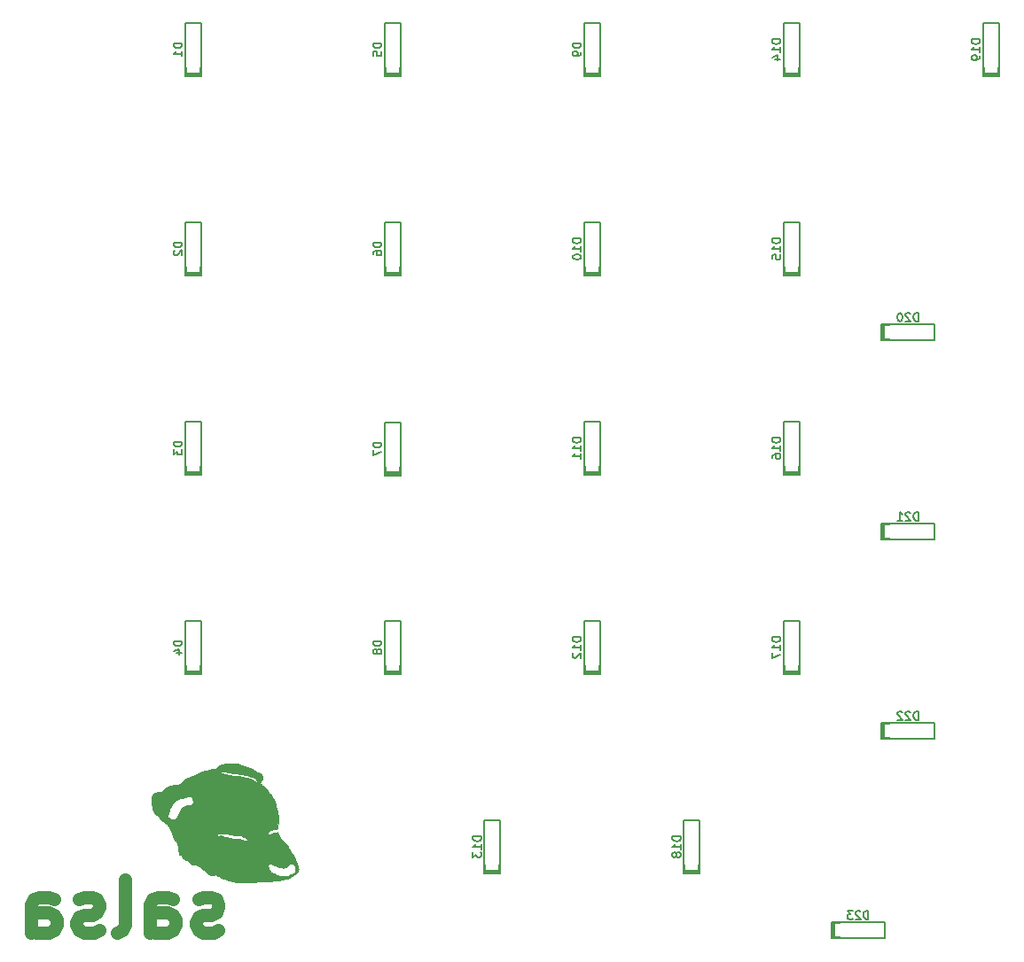
<source format=gbo>
%TF.GenerationSoftware,KiCad,Pcbnew,(5.1.12)-1*%
%TF.CreationDate,2022-01-07T15:12:48-05:00*%
%TF.ProjectId,center-gasket-1,63656e74-6572-42d6-9761-736b65742d31,rev?*%
%TF.SameCoordinates,Original*%
%TF.FileFunction,Legend,Bot*%
%TF.FilePolarity,Positive*%
%FSLAX46Y46*%
G04 Gerber Fmt 4.6, Leading zero omitted, Abs format (unit mm)*
G04 Created by KiCad (PCBNEW (5.1.12)-1) date 2022-01-07 15:12:48*
%MOMM*%
%LPD*%
G01*
G04 APERTURE LIST*
%ADD10C,1.270000*%
%ADD11C,0.010000*%
%ADD12C,0.150000*%
%ADD13C,1.750000*%
%ADD14C,2.250000*%
%ADD15C,3.987800*%
%ADD16R,1.600000X1.600000*%
%ADD17C,1.600000*%
%ADD18R,1.600000X1.200000*%
%ADD19R,1.200000X1.600000*%
G04 APERTURE END LIST*
D10*
X41329428Y-115086190D02*
X40845619Y-115328095D01*
X39878000Y-115328095D01*
X39394190Y-115086190D01*
X39152285Y-114602380D01*
X39152285Y-114360476D01*
X39394190Y-113876666D01*
X39878000Y-113634761D01*
X40603714Y-113634761D01*
X41087523Y-113392857D01*
X41329428Y-112909047D01*
X41329428Y-112667142D01*
X41087523Y-112183333D01*
X40603714Y-111941428D01*
X39878000Y-111941428D01*
X39394190Y-112183333D01*
X34798000Y-115328095D02*
X34798000Y-112667142D01*
X35039904Y-112183333D01*
X35523714Y-111941428D01*
X36491333Y-111941428D01*
X36975142Y-112183333D01*
X34798000Y-115086190D02*
X35281809Y-115328095D01*
X36491333Y-115328095D01*
X36975142Y-115086190D01*
X37217047Y-114602380D01*
X37217047Y-114118571D01*
X36975142Y-113634761D01*
X36491333Y-113392857D01*
X35281809Y-113392857D01*
X34798000Y-113150952D01*
X31653238Y-115328095D02*
X32137047Y-115086190D01*
X32378952Y-114602380D01*
X32378952Y-110248095D01*
X29959904Y-115086190D02*
X29476095Y-115328095D01*
X28508476Y-115328095D01*
X28024666Y-115086190D01*
X27782761Y-114602380D01*
X27782761Y-114360476D01*
X28024666Y-113876666D01*
X28508476Y-113634761D01*
X29234190Y-113634761D01*
X29718000Y-113392857D01*
X29959904Y-112909047D01*
X29959904Y-112667142D01*
X29718000Y-112183333D01*
X29234190Y-111941428D01*
X28508476Y-111941428D01*
X28024666Y-112183333D01*
X23428476Y-115328095D02*
X23428476Y-112667142D01*
X23670380Y-112183333D01*
X24154190Y-111941428D01*
X25121809Y-111941428D01*
X25605619Y-112183333D01*
X23428476Y-115086190D02*
X23912285Y-115328095D01*
X25121809Y-115328095D01*
X25605619Y-115086190D01*
X25847523Y-114602380D01*
X25847523Y-114118571D01*
X25605619Y-113634761D01*
X25121809Y-113392857D01*
X23912285Y-113392857D01*
X23428476Y-113150952D01*
D11*
%TO.C,G\u002A\u002A\u002A*%
G36*
X42968460Y-99183026D02*
G01*
X43073882Y-99191707D01*
X43166789Y-99206462D01*
X43254624Y-99228322D01*
X43344830Y-99258322D01*
X43444850Y-99297494D01*
X43503591Y-99321992D01*
X43592879Y-99358927D01*
X43672736Y-99390603D01*
X43731696Y-99412538D01*
X43751500Y-99418948D01*
X43875122Y-99455406D01*
X44010428Y-99499050D01*
X44147243Y-99546243D01*
X44275394Y-99593346D01*
X44384704Y-99636720D01*
X44465001Y-99672728D01*
X44473974Y-99677300D01*
X44563450Y-99729226D01*
X44655385Y-99790831D01*
X44719816Y-99840561D01*
X44810917Y-99905638D01*
X44925485Y-99962956D01*
X45023926Y-100001013D01*
X45183842Y-100061021D01*
X45304530Y-100113974D01*
X45388288Y-100161048D01*
X45437414Y-100203420D01*
X45447128Y-100217870D01*
X45477954Y-100293957D01*
X45504996Y-100392560D01*
X45523585Y-100493871D01*
X45529249Y-100566224D01*
X45523581Y-100625173D01*
X45501842Y-100679805D01*
X45457490Y-100745101D01*
X45443094Y-100763594D01*
X45378250Y-100854559D01*
X45329219Y-100941092D01*
X45301288Y-101013065D01*
X45296835Y-101043695D01*
X45312669Y-101068027D01*
X45354871Y-101110103D01*
X45415737Y-101162546D01*
X45446762Y-101187250D01*
X45563664Y-101285184D01*
X45685668Y-101399601D01*
X45804055Y-101521328D01*
X45910106Y-101641190D01*
X45995103Y-101750015D01*
X46027621Y-101798446D01*
X46079500Y-101874051D01*
X46149496Y-101965676D01*
X46226334Y-102058878D01*
X46267184Y-102105311D01*
X46379480Y-102237361D01*
X46484997Y-102376355D01*
X46577354Y-102512961D01*
X46650169Y-102637847D01*
X46690724Y-102724717D01*
X46712888Y-102792342D01*
X46738202Y-102887079D01*
X46762939Y-102994267D01*
X46776887Y-103063383D01*
X46801396Y-103178020D01*
X46834978Y-103314639D01*
X46872990Y-103455172D01*
X46906660Y-103568500D01*
X46950173Y-103721483D01*
X46983465Y-103873966D01*
X47006848Y-104031975D01*
X47020636Y-104201538D01*
X47025141Y-104388683D01*
X47020676Y-104599437D01*
X47007554Y-104839827D01*
X46986625Y-105109623D01*
X46974422Y-105236287D01*
X46961327Y-105326052D01*
X46944720Y-105384317D01*
X46921981Y-105416482D01*
X46890488Y-105427945D01*
X46847620Y-105424106D01*
X46835242Y-105421484D01*
X46791834Y-105417461D01*
X46733888Y-105423839D01*
X46653693Y-105442094D01*
X46543538Y-105473703D01*
X46511865Y-105483415D01*
X46375138Y-105527089D01*
X46272827Y-105563633D01*
X46198299Y-105596262D01*
X46144921Y-105628195D01*
X46106061Y-105662647D01*
X46082910Y-105691430D01*
X46033966Y-105779967D01*
X46021738Y-105852035D01*
X46043050Y-105905333D01*
X46094724Y-105937558D01*
X46173583Y-105946408D01*
X46276451Y-105929579D01*
X46368402Y-105898335D01*
X46466758Y-105863106D01*
X46590926Y-105825476D01*
X46724934Y-105789853D01*
X46852813Y-105760646D01*
X46900847Y-105751354D01*
X46952388Y-105747655D01*
X46977541Y-105763908D01*
X46982629Y-105775493D01*
X46996091Y-105808669D01*
X47023394Y-105870916D01*
X47060417Y-105952976D01*
X47098240Y-106035249D01*
X47139141Y-106125424D01*
X47172405Y-106202482D01*
X47194428Y-106257822D01*
X47201667Y-106282175D01*
X47216290Y-106303617D01*
X47257012Y-106349164D01*
X47319110Y-106413902D01*
X47397862Y-106492917D01*
X47488544Y-106581294D01*
X47495795Y-106588259D01*
X47603304Y-106692439D01*
X47687325Y-106777444D01*
X47755591Y-106852692D01*
X47815832Y-106927603D01*
X47875780Y-107011592D01*
X47943166Y-107114079D01*
X47996831Y-107198584D01*
X48137298Y-107424039D01*
X48268538Y-107640049D01*
X48387701Y-107841699D01*
X48491938Y-108024078D01*
X48578401Y-108182273D01*
X48644241Y-108311373D01*
X48653615Y-108331000D01*
X48684727Y-108403799D01*
X48722251Y-108502197D01*
X48763715Y-108618501D01*
X48806645Y-108745019D01*
X48848571Y-108874059D01*
X48887018Y-108997929D01*
X48919515Y-109108936D01*
X48943589Y-109199389D01*
X48956769Y-109261596D01*
X48958500Y-109279547D01*
X48946808Y-109327068D01*
X48915755Y-109397498D01*
X48871374Y-109479875D01*
X48819698Y-109563236D01*
X48766760Y-109636619D01*
X48752378Y-109654066D01*
X48690615Y-109714102D01*
X48620032Y-109765904D01*
X48590771Y-109782053D01*
X48536131Y-109813610D01*
X48461426Y-109864350D01*
X48378697Y-109925865D01*
X48334084Y-109961289D01*
X48241458Y-110032607D01*
X48154211Y-110088725D01*
X48062141Y-110134240D01*
X47955046Y-110173745D01*
X47822727Y-110211834D01*
X47721151Y-110237333D01*
X47418108Y-110302332D01*
X47086931Y-110357145D01*
X46724983Y-110402048D01*
X46329622Y-110437321D01*
X45898209Y-110463242D01*
X45428106Y-110480087D01*
X45413084Y-110480463D01*
X45217795Y-110485652D01*
X45020978Y-110491560D01*
X44830284Y-110497909D01*
X44653366Y-110504420D01*
X44497873Y-110510816D01*
X44371458Y-110516820D01*
X44301834Y-110520801D01*
X44123435Y-110529954D01*
X43930648Y-110535903D01*
X43733158Y-110538657D01*
X43540652Y-110538226D01*
X43362816Y-110534618D01*
X43209336Y-110527844D01*
X43105917Y-110519671D01*
X42967162Y-110501978D01*
X42827913Y-110476893D01*
X42678649Y-110442192D01*
X42509853Y-110395651D01*
X42312004Y-110335046D01*
X42301584Y-110331735D01*
X42176971Y-110293001D01*
X42051917Y-110255710D01*
X41938547Y-110223378D01*
X41848987Y-110199516D01*
X41825334Y-110193774D01*
X41666290Y-110146199D01*
X41508962Y-110076219D01*
X41343120Y-109978890D01*
X41250611Y-109916177D01*
X41161690Y-109858110D01*
X41087753Y-109818762D01*
X41036813Y-109802320D01*
X41032256Y-109802084D01*
X40986666Y-109806907D01*
X40913026Y-109819793D01*
X40824311Y-109838364D01*
X40786110Y-109847184D01*
X40596346Y-109892284D01*
X40412947Y-109767809D01*
X40312949Y-109695728D01*
X40205408Y-109611515D01*
X40108756Y-109529793D01*
X40080232Y-109503851D01*
X40004181Y-109436149D01*
X39900998Y-109349161D01*
X39777748Y-109248557D01*
X39641493Y-109140006D01*
X39499300Y-109029179D01*
X39433956Y-108979414D01*
X46063308Y-108979414D01*
X46087390Y-109091410D01*
X46139223Y-109231088D01*
X46174963Y-109310583D01*
X46220574Y-109405122D01*
X46256323Y-109470067D01*
X46289217Y-109514653D01*
X46326261Y-109548112D01*
X46374462Y-109579680D01*
X46382983Y-109584761D01*
X46454110Y-109623159D01*
X46550250Y-109669800D01*
X46663632Y-109721450D01*
X46786487Y-109774879D01*
X46911043Y-109826852D01*
X47029531Y-109874137D01*
X47134179Y-109913503D01*
X47217218Y-109941715D01*
X47270877Y-109955543D01*
X47275750Y-109956161D01*
X47334942Y-109960153D01*
X47421626Y-109963944D01*
X47520962Y-109966934D01*
X47565783Y-109967859D01*
X47652172Y-109968449D01*
X47721302Y-109965294D01*
X47784864Y-109956142D01*
X47854547Y-109938744D01*
X47942041Y-109910850D01*
X48042033Y-109876192D01*
X48216784Y-109812523D01*
X48354988Y-109756670D01*
X48461174Y-109706208D01*
X48539872Y-109658716D01*
X48595610Y-109611768D01*
X48632917Y-109562940D01*
X48635360Y-109558667D01*
X48668328Y-109466921D01*
X48681662Y-109353840D01*
X48677143Y-109229609D01*
X48656553Y-109104411D01*
X48621672Y-108988431D01*
X48574281Y-108891854D01*
X48516161Y-108824863D01*
X48505742Y-108817410D01*
X48392959Y-108764893D01*
X48279593Y-108754679D01*
X48165781Y-108786746D01*
X48051659Y-108861071D01*
X48006000Y-108902583D01*
X47880760Y-109004165D01*
X47739633Y-109082519D01*
X47596113Y-109130624D01*
X47552923Y-109138341D01*
X47481387Y-109137642D01*
X47378958Y-109122439D01*
X47253590Y-109095039D01*
X47113241Y-109057753D01*
X46965867Y-109012889D01*
X46819423Y-108962758D01*
X46681867Y-108909668D01*
X46561155Y-108855929D01*
X46534917Y-108842856D01*
X46443957Y-108802255D01*
X46362039Y-108782207D01*
X46273799Y-108776708D01*
X46197298Y-108778054D01*
X46149692Y-108786403D01*
X46117659Y-108805647D01*
X46096770Y-108828417D01*
X46066571Y-108892588D01*
X46063308Y-108979414D01*
X39433956Y-108979414D01*
X39358231Y-108921743D01*
X39309417Y-108885238D01*
X39212401Y-108829123D01*
X39106980Y-108802881D01*
X38982101Y-108804334D01*
X38932314Y-108810895D01*
X38819860Y-108820396D01*
X38735499Y-108806431D01*
X38670153Y-108765797D01*
X38617547Y-108699776D01*
X38580808Y-108648450D01*
X38536160Y-108602083D01*
X38477261Y-108556237D01*
X38397766Y-108506475D01*
X38291331Y-108448357D01*
X38169690Y-108386449D01*
X38072924Y-108336082D01*
X37989353Y-108288692D01*
X37926736Y-108248967D01*
X37892832Y-108221589D01*
X37889906Y-108217522D01*
X37872773Y-108170991D01*
X37857325Y-108106180D01*
X37854623Y-108090677D01*
X37834367Y-108008237D01*
X37800228Y-107958592D01*
X37743255Y-107932492D01*
X37693514Y-107924187D01*
X37628233Y-107912029D01*
X37590779Y-107889268D01*
X37570879Y-107857544D01*
X37560179Y-107818647D01*
X37546593Y-107745763D01*
X37531395Y-107647033D01*
X37515860Y-107530598D01*
X37504182Y-107431417D01*
X37477417Y-107213739D01*
X37449131Y-107034564D01*
X37418131Y-106890063D01*
X37383224Y-106776408D01*
X37343218Y-106689770D01*
X37296921Y-106626321D01*
X37243138Y-106582230D01*
X37238850Y-106579644D01*
X37206729Y-106558896D01*
X37179448Y-106534799D01*
X37153996Y-106501656D01*
X37127362Y-106453773D01*
X37096536Y-106385456D01*
X37058508Y-106291010D01*
X37010267Y-106164740D01*
X36987416Y-106103989D01*
X36970907Y-106061046D01*
X41169879Y-106061046D01*
X41182555Y-106101967D01*
X41191960Y-106109506D01*
X41222466Y-106112955D01*
X41282801Y-106109420D01*
X41361183Y-106099699D01*
X41380058Y-106096748D01*
X41545362Y-106069903D01*
X41891723Y-106179406D01*
X42112236Y-106245986D01*
X42307689Y-106297274D01*
X42491400Y-106335836D01*
X42676692Y-106364241D01*
X42876883Y-106385053D01*
X43010667Y-106395029D01*
X43189818Y-106409091D01*
X43334578Y-106426048D01*
X43452872Y-106447513D01*
X43552622Y-106475099D01*
X43641753Y-106510419D01*
X43687292Y-106532772D01*
X43799944Y-106575340D01*
X43906826Y-106579730D01*
X43981175Y-106561513D01*
X44031632Y-106528281D01*
X44049018Y-106480148D01*
X44037092Y-106423089D01*
X43999611Y-106363076D01*
X43940334Y-106306083D01*
X43863019Y-106258083D01*
X43771425Y-106225051D01*
X43769151Y-106224508D01*
X43694135Y-106202351D01*
X43628397Y-106175489D01*
X43603334Y-106161315D01*
X43540152Y-106119387D01*
X43484492Y-106088701D01*
X43427585Y-106067166D01*
X43360664Y-106052692D01*
X43274962Y-106043188D01*
X43161712Y-106036564D01*
X43063584Y-106032603D01*
X42915451Y-106025598D01*
X42789026Y-106015459D01*
X42669209Y-106000213D01*
X42540901Y-105977887D01*
X42389003Y-105946506D01*
X42365084Y-105941297D01*
X42170470Y-105902905D01*
X41977637Y-105872623D01*
X41794667Y-105851256D01*
X41629644Y-105839605D01*
X41490652Y-105838475D01*
X41403342Y-105845727D01*
X41325334Y-105867638D01*
X41260708Y-105914050D01*
X41239300Y-105936100D01*
X41189376Y-106003624D01*
X41169879Y-106061046D01*
X36970907Y-106061046D01*
X36888435Y-105846529D01*
X36798763Y-105627165D01*
X36716907Y-105443060D01*
X36641373Y-105291379D01*
X36570668Y-105169285D01*
X36503299Y-105073941D01*
X36437772Y-105002513D01*
X36385259Y-104960401D01*
X36318054Y-104912400D01*
X36240846Y-104853919D01*
X36199497Y-104821157D01*
X36125156Y-104765927D01*
X36044971Y-104713767D01*
X36004500Y-104690832D01*
X35872866Y-104613956D01*
X35774952Y-104535541D01*
X35702549Y-104448217D01*
X35668125Y-104388847D01*
X35609581Y-104291238D01*
X35549074Y-104220228D01*
X36500823Y-104220228D01*
X36505749Y-104259704D01*
X36535516Y-104316771D01*
X36597713Y-104377442D01*
X36683598Y-104435484D01*
X36784427Y-104484661D01*
X36856146Y-104509591D01*
X36978999Y-104539537D01*
X37073948Y-104548724D01*
X37149815Y-104537452D01*
X37189887Y-104520973D01*
X37242047Y-104477237D01*
X37300490Y-104400213D01*
X37360596Y-104297518D01*
X37417746Y-104176768D01*
X37452906Y-104087281D01*
X37489086Y-104000094D01*
X37531275Y-103917482D01*
X37569633Y-103858317D01*
X37618796Y-103787066D01*
X37671904Y-103695185D01*
X37721154Y-103597753D01*
X37758745Y-103509850D01*
X37773298Y-103464700D01*
X37809794Y-103404767D01*
X37887777Y-103348891D01*
X38006568Y-103297365D01*
X38165488Y-103250484D01*
X38363858Y-103208542D01*
X38364584Y-103208411D01*
X38515006Y-103174030D01*
X38649363Y-103129346D01*
X38759263Y-103077742D01*
X38836314Y-103022601D01*
X38843481Y-103015348D01*
X38874032Y-102970921D01*
X38891807Y-102910196D01*
X38900322Y-102830530D01*
X38896541Y-102714959D01*
X38866120Y-102612908D01*
X38804520Y-102513347D01*
X38738330Y-102437030D01*
X38656888Y-102351417D01*
X38493096Y-102351417D01*
X38423152Y-102353283D01*
X38351243Y-102359756D01*
X38271296Y-102372143D01*
X38177237Y-102391753D01*
X38062991Y-102419897D01*
X37922487Y-102457882D01*
X37749649Y-102507019D01*
X37687250Y-102525099D01*
X37552805Y-102564814D01*
X37451682Y-102596747D01*
X37376316Y-102624073D01*
X37319136Y-102649964D01*
X37272574Y-102677593D01*
X37229064Y-102710133D01*
X37211742Y-102724458D01*
X37169958Y-102766440D01*
X37110521Y-102835036D01*
X37039834Y-102922028D01*
X36964300Y-103019195D01*
X36890325Y-103118320D01*
X36824311Y-103211182D01*
X36777553Y-103281730D01*
X36714075Y-103397796D01*
X36654404Y-103534887D01*
X36601044Y-103683989D01*
X36556500Y-103836088D01*
X36523279Y-103982171D01*
X36503885Y-104113222D01*
X36500823Y-104220228D01*
X35549074Y-104220228D01*
X35535927Y-104204799D01*
X35437122Y-104118538D01*
X35385605Y-104079644D01*
X35270695Y-103983006D01*
X35181725Y-103875933D01*
X35105734Y-103742730D01*
X35103359Y-103737834D01*
X35077425Y-103680992D01*
X35056607Y-103625625D01*
X35039146Y-103563857D01*
X35023281Y-103487813D01*
X35007254Y-103389617D01*
X34989306Y-103261394D01*
X34978398Y-103178456D01*
X34961236Y-103036966D01*
X34946364Y-102896539D01*
X34934736Y-102767654D01*
X34927308Y-102660788D01*
X34925000Y-102592220D01*
X34926549Y-102502564D01*
X34933993Y-102436052D01*
X34951526Y-102375891D01*
X34983346Y-102305289D01*
X35009546Y-102253815D01*
X35052228Y-102174484D01*
X35091809Y-102106385D01*
X35121516Y-102061001D01*
X35127887Y-102053091D01*
X35185482Y-102005486D01*
X35263990Y-101970302D01*
X35369819Y-101945633D01*
X35509382Y-101929571D01*
X35553804Y-101926456D01*
X35660256Y-101918321D01*
X35747476Y-101906339D01*
X35823229Y-101886803D01*
X35895282Y-101856009D01*
X35971400Y-101810250D01*
X36059351Y-101745821D01*
X36166899Y-101659016D01*
X36237334Y-101600296D01*
X36358637Y-101499599D01*
X36457021Y-101422726D01*
X36541688Y-101365926D01*
X36621839Y-101325449D01*
X36706676Y-101297545D01*
X36805401Y-101278463D01*
X36927216Y-101264453D01*
X37081322Y-101251764D01*
X37095070Y-101250713D01*
X37247956Y-101237561D01*
X37367738Y-101222073D01*
X37463629Y-101200697D01*
X37544839Y-101169881D01*
X37620582Y-101126073D01*
X37700070Y-101065721D01*
X37792513Y-100985273D01*
X37799252Y-100979208D01*
X37913373Y-100877264D01*
X38009681Y-100794639D01*
X38095590Y-100726871D01*
X38178511Y-100669494D01*
X38265859Y-100618046D01*
X38365046Y-100568063D01*
X38483484Y-100515082D01*
X38628588Y-100454638D01*
X38756167Y-100403013D01*
X38894634Y-100345565D01*
X39054624Y-100276430D01*
X39219783Y-100202835D01*
X39373759Y-100132003D01*
X39432188Y-100104325D01*
X39604276Y-100023713D01*
X41327528Y-100023713D01*
X41339411Y-100036966D01*
X41381119Y-100050313D01*
X41396894Y-100053428D01*
X41500703Y-100073616D01*
X41622509Y-100100573D01*
X41753346Y-100131961D01*
X41884246Y-100165442D01*
X42006241Y-100198677D01*
X42110364Y-100229329D01*
X42187648Y-100255059D01*
X42218393Y-100267628D01*
X42259447Y-100285575D01*
X42302093Y-100299437D01*
X42353378Y-100310162D01*
X42420350Y-100318700D01*
X42510056Y-100325998D01*
X42629545Y-100333006D01*
X42747559Y-100338863D01*
X42882059Y-100346274D01*
X43006592Y-100355007D01*
X43113246Y-100364359D01*
X43194108Y-100373630D01*
X43241262Y-100382118D01*
X43243500Y-100382793D01*
X43298243Y-100395507D01*
X43380646Y-100408943D01*
X43476142Y-100420849D01*
X43513802Y-100424592D01*
X43615280Y-100435801D01*
X43688292Y-100450018D01*
X43746697Y-100471165D01*
X43804352Y-100503164D01*
X43814818Y-100509800D01*
X43884778Y-100549915D01*
X43936911Y-100566095D01*
X43982411Y-100563256D01*
X44041163Y-100561740D01*
X44125003Y-100574239D01*
X44225138Y-100597803D01*
X44332775Y-100629484D01*
X44439122Y-100666335D01*
X44535385Y-100705407D01*
X44612773Y-100743752D01*
X44662491Y-100778422D01*
X44675122Y-100795519D01*
X44697566Y-100817193D01*
X44747426Y-100851235D01*
X44814003Y-100891587D01*
X44886599Y-100932193D01*
X44954517Y-100966997D01*
X45007058Y-100989943D01*
X45028712Y-100995692D01*
X45027022Y-100978943D01*
X45008255Y-100932932D01*
X44975827Y-100865443D01*
X44947871Y-100811542D01*
X44899911Y-100726386D01*
X44852896Y-100651252D01*
X44813923Y-100597134D01*
X44798887Y-100580672D01*
X44725475Y-100531511D01*
X44613592Y-100480623D01*
X44467014Y-100428936D01*
X44289519Y-100377373D01*
X44084886Y-100326861D01*
X43856893Y-100278325D01*
X43609317Y-100232690D01*
X43345937Y-100190882D01*
X43070530Y-100153826D01*
X43042417Y-100150411D01*
X42902273Y-100131845D01*
X42753425Y-100109257D01*
X42611377Y-100085173D01*
X42491635Y-100062119D01*
X42464408Y-100056235D01*
X42234798Y-100007426D01*
X42037964Y-99970760D01*
X41876120Y-99946598D01*
X41751480Y-99935300D01*
X41717849Y-99934453D01*
X41647364Y-99939102D01*
X41563604Y-99951567D01*
X41478099Y-99969210D01*
X41402375Y-99989395D01*
X41347962Y-100009487D01*
X41327528Y-100023713D01*
X39604276Y-100023713D01*
X39606343Y-100022745D01*
X39750847Y-99959682D01*
X39872817Y-99912674D01*
X39979372Y-99879255D01*
X40077628Y-99856963D01*
X40174703Y-99843334D01*
X40190689Y-99841785D01*
X40273399Y-99830181D01*
X40380028Y-99809583D01*
X40494012Y-99783382D01*
X40559239Y-99766328D01*
X40665116Y-99738804D01*
X40769023Y-99714696D01*
X40856428Y-99697239D01*
X40897906Y-99690944D01*
X41022607Y-99657182D01*
X41151339Y-99586226D01*
X41277587Y-99481877D01*
X41306750Y-99452332D01*
X41373857Y-99389591D01*
X41448235Y-99337377D01*
X41534352Y-99294684D01*
X41636673Y-99260508D01*
X41759665Y-99233841D01*
X41907794Y-99213680D01*
X42085525Y-99199018D01*
X42297326Y-99188850D01*
X42502667Y-99183093D01*
X42690295Y-99179752D01*
X42843079Y-99179385D01*
X42968460Y-99183026D01*
G37*
X42968460Y-99183026D02*
X43073882Y-99191707D01*
X43166789Y-99206462D01*
X43254624Y-99228322D01*
X43344830Y-99258322D01*
X43444850Y-99297494D01*
X43503591Y-99321992D01*
X43592879Y-99358927D01*
X43672736Y-99390603D01*
X43731696Y-99412538D01*
X43751500Y-99418948D01*
X43875122Y-99455406D01*
X44010428Y-99499050D01*
X44147243Y-99546243D01*
X44275394Y-99593346D01*
X44384704Y-99636720D01*
X44465001Y-99672728D01*
X44473974Y-99677300D01*
X44563450Y-99729226D01*
X44655385Y-99790831D01*
X44719816Y-99840561D01*
X44810917Y-99905638D01*
X44925485Y-99962956D01*
X45023926Y-100001013D01*
X45183842Y-100061021D01*
X45304530Y-100113974D01*
X45388288Y-100161048D01*
X45437414Y-100203420D01*
X45447128Y-100217870D01*
X45477954Y-100293957D01*
X45504996Y-100392560D01*
X45523585Y-100493871D01*
X45529249Y-100566224D01*
X45523581Y-100625173D01*
X45501842Y-100679805D01*
X45457490Y-100745101D01*
X45443094Y-100763594D01*
X45378250Y-100854559D01*
X45329219Y-100941092D01*
X45301288Y-101013065D01*
X45296835Y-101043695D01*
X45312669Y-101068027D01*
X45354871Y-101110103D01*
X45415737Y-101162546D01*
X45446762Y-101187250D01*
X45563664Y-101285184D01*
X45685668Y-101399601D01*
X45804055Y-101521328D01*
X45910106Y-101641190D01*
X45995103Y-101750015D01*
X46027621Y-101798446D01*
X46079500Y-101874051D01*
X46149496Y-101965676D01*
X46226334Y-102058878D01*
X46267184Y-102105311D01*
X46379480Y-102237361D01*
X46484997Y-102376355D01*
X46577354Y-102512961D01*
X46650169Y-102637847D01*
X46690724Y-102724717D01*
X46712888Y-102792342D01*
X46738202Y-102887079D01*
X46762939Y-102994267D01*
X46776887Y-103063383D01*
X46801396Y-103178020D01*
X46834978Y-103314639D01*
X46872990Y-103455172D01*
X46906660Y-103568500D01*
X46950173Y-103721483D01*
X46983465Y-103873966D01*
X47006848Y-104031975D01*
X47020636Y-104201538D01*
X47025141Y-104388683D01*
X47020676Y-104599437D01*
X47007554Y-104839827D01*
X46986625Y-105109623D01*
X46974422Y-105236287D01*
X46961327Y-105326052D01*
X46944720Y-105384317D01*
X46921981Y-105416482D01*
X46890488Y-105427945D01*
X46847620Y-105424106D01*
X46835242Y-105421484D01*
X46791834Y-105417461D01*
X46733888Y-105423839D01*
X46653693Y-105442094D01*
X46543538Y-105473703D01*
X46511865Y-105483415D01*
X46375138Y-105527089D01*
X46272827Y-105563633D01*
X46198299Y-105596262D01*
X46144921Y-105628195D01*
X46106061Y-105662647D01*
X46082910Y-105691430D01*
X46033966Y-105779967D01*
X46021738Y-105852035D01*
X46043050Y-105905333D01*
X46094724Y-105937558D01*
X46173583Y-105946408D01*
X46276451Y-105929579D01*
X46368402Y-105898335D01*
X46466758Y-105863106D01*
X46590926Y-105825476D01*
X46724934Y-105789853D01*
X46852813Y-105760646D01*
X46900847Y-105751354D01*
X46952388Y-105747655D01*
X46977541Y-105763908D01*
X46982629Y-105775493D01*
X46996091Y-105808669D01*
X47023394Y-105870916D01*
X47060417Y-105952976D01*
X47098240Y-106035249D01*
X47139141Y-106125424D01*
X47172405Y-106202482D01*
X47194428Y-106257822D01*
X47201667Y-106282175D01*
X47216290Y-106303617D01*
X47257012Y-106349164D01*
X47319110Y-106413902D01*
X47397862Y-106492917D01*
X47488544Y-106581294D01*
X47495795Y-106588259D01*
X47603304Y-106692439D01*
X47687325Y-106777444D01*
X47755591Y-106852692D01*
X47815832Y-106927603D01*
X47875780Y-107011592D01*
X47943166Y-107114079D01*
X47996831Y-107198584D01*
X48137298Y-107424039D01*
X48268538Y-107640049D01*
X48387701Y-107841699D01*
X48491938Y-108024078D01*
X48578401Y-108182273D01*
X48644241Y-108311373D01*
X48653615Y-108331000D01*
X48684727Y-108403799D01*
X48722251Y-108502197D01*
X48763715Y-108618501D01*
X48806645Y-108745019D01*
X48848571Y-108874059D01*
X48887018Y-108997929D01*
X48919515Y-109108936D01*
X48943589Y-109199389D01*
X48956769Y-109261596D01*
X48958500Y-109279547D01*
X48946808Y-109327068D01*
X48915755Y-109397498D01*
X48871374Y-109479875D01*
X48819698Y-109563236D01*
X48766760Y-109636619D01*
X48752378Y-109654066D01*
X48690615Y-109714102D01*
X48620032Y-109765904D01*
X48590771Y-109782053D01*
X48536131Y-109813610D01*
X48461426Y-109864350D01*
X48378697Y-109925865D01*
X48334084Y-109961289D01*
X48241458Y-110032607D01*
X48154211Y-110088725D01*
X48062141Y-110134240D01*
X47955046Y-110173745D01*
X47822727Y-110211834D01*
X47721151Y-110237333D01*
X47418108Y-110302332D01*
X47086931Y-110357145D01*
X46724983Y-110402048D01*
X46329622Y-110437321D01*
X45898209Y-110463242D01*
X45428106Y-110480087D01*
X45413084Y-110480463D01*
X45217795Y-110485652D01*
X45020978Y-110491560D01*
X44830284Y-110497909D01*
X44653366Y-110504420D01*
X44497873Y-110510816D01*
X44371458Y-110516820D01*
X44301834Y-110520801D01*
X44123435Y-110529954D01*
X43930648Y-110535903D01*
X43733158Y-110538657D01*
X43540652Y-110538226D01*
X43362816Y-110534618D01*
X43209336Y-110527844D01*
X43105917Y-110519671D01*
X42967162Y-110501978D01*
X42827913Y-110476893D01*
X42678649Y-110442192D01*
X42509853Y-110395651D01*
X42312004Y-110335046D01*
X42301584Y-110331735D01*
X42176971Y-110293001D01*
X42051917Y-110255710D01*
X41938547Y-110223378D01*
X41848987Y-110199516D01*
X41825334Y-110193774D01*
X41666290Y-110146199D01*
X41508962Y-110076219D01*
X41343120Y-109978890D01*
X41250611Y-109916177D01*
X41161690Y-109858110D01*
X41087753Y-109818762D01*
X41036813Y-109802320D01*
X41032256Y-109802084D01*
X40986666Y-109806907D01*
X40913026Y-109819793D01*
X40824311Y-109838364D01*
X40786110Y-109847184D01*
X40596346Y-109892284D01*
X40412947Y-109767809D01*
X40312949Y-109695728D01*
X40205408Y-109611515D01*
X40108756Y-109529793D01*
X40080232Y-109503851D01*
X40004181Y-109436149D01*
X39900998Y-109349161D01*
X39777748Y-109248557D01*
X39641493Y-109140006D01*
X39499300Y-109029179D01*
X39433956Y-108979414D01*
X46063308Y-108979414D01*
X46087390Y-109091410D01*
X46139223Y-109231088D01*
X46174963Y-109310583D01*
X46220574Y-109405122D01*
X46256323Y-109470067D01*
X46289217Y-109514653D01*
X46326261Y-109548112D01*
X46374462Y-109579680D01*
X46382983Y-109584761D01*
X46454110Y-109623159D01*
X46550250Y-109669800D01*
X46663632Y-109721450D01*
X46786487Y-109774879D01*
X46911043Y-109826852D01*
X47029531Y-109874137D01*
X47134179Y-109913503D01*
X47217218Y-109941715D01*
X47270877Y-109955543D01*
X47275750Y-109956161D01*
X47334942Y-109960153D01*
X47421626Y-109963944D01*
X47520962Y-109966934D01*
X47565783Y-109967859D01*
X47652172Y-109968449D01*
X47721302Y-109965294D01*
X47784864Y-109956142D01*
X47854547Y-109938744D01*
X47942041Y-109910850D01*
X48042033Y-109876192D01*
X48216784Y-109812523D01*
X48354988Y-109756670D01*
X48461174Y-109706208D01*
X48539872Y-109658716D01*
X48595610Y-109611768D01*
X48632917Y-109562940D01*
X48635360Y-109558667D01*
X48668328Y-109466921D01*
X48681662Y-109353840D01*
X48677143Y-109229609D01*
X48656553Y-109104411D01*
X48621672Y-108988431D01*
X48574281Y-108891854D01*
X48516161Y-108824863D01*
X48505742Y-108817410D01*
X48392959Y-108764893D01*
X48279593Y-108754679D01*
X48165781Y-108786746D01*
X48051659Y-108861071D01*
X48006000Y-108902583D01*
X47880760Y-109004165D01*
X47739633Y-109082519D01*
X47596113Y-109130624D01*
X47552923Y-109138341D01*
X47481387Y-109137642D01*
X47378958Y-109122439D01*
X47253590Y-109095039D01*
X47113241Y-109057753D01*
X46965867Y-109012889D01*
X46819423Y-108962758D01*
X46681867Y-108909668D01*
X46561155Y-108855929D01*
X46534917Y-108842856D01*
X46443957Y-108802255D01*
X46362039Y-108782207D01*
X46273799Y-108776708D01*
X46197298Y-108778054D01*
X46149692Y-108786403D01*
X46117659Y-108805647D01*
X46096770Y-108828417D01*
X46066571Y-108892588D01*
X46063308Y-108979414D01*
X39433956Y-108979414D01*
X39358231Y-108921743D01*
X39309417Y-108885238D01*
X39212401Y-108829123D01*
X39106980Y-108802881D01*
X38982101Y-108804334D01*
X38932314Y-108810895D01*
X38819860Y-108820396D01*
X38735499Y-108806431D01*
X38670153Y-108765797D01*
X38617547Y-108699776D01*
X38580808Y-108648450D01*
X38536160Y-108602083D01*
X38477261Y-108556237D01*
X38397766Y-108506475D01*
X38291331Y-108448357D01*
X38169690Y-108386449D01*
X38072924Y-108336082D01*
X37989353Y-108288692D01*
X37926736Y-108248967D01*
X37892832Y-108221589D01*
X37889906Y-108217522D01*
X37872773Y-108170991D01*
X37857325Y-108106180D01*
X37854623Y-108090677D01*
X37834367Y-108008237D01*
X37800228Y-107958592D01*
X37743255Y-107932492D01*
X37693514Y-107924187D01*
X37628233Y-107912029D01*
X37590779Y-107889268D01*
X37570879Y-107857544D01*
X37560179Y-107818647D01*
X37546593Y-107745763D01*
X37531395Y-107647033D01*
X37515860Y-107530598D01*
X37504182Y-107431417D01*
X37477417Y-107213739D01*
X37449131Y-107034564D01*
X37418131Y-106890063D01*
X37383224Y-106776408D01*
X37343218Y-106689770D01*
X37296921Y-106626321D01*
X37243138Y-106582230D01*
X37238850Y-106579644D01*
X37206729Y-106558896D01*
X37179448Y-106534799D01*
X37153996Y-106501656D01*
X37127362Y-106453773D01*
X37096536Y-106385456D01*
X37058508Y-106291010D01*
X37010267Y-106164740D01*
X36987416Y-106103989D01*
X36970907Y-106061046D01*
X41169879Y-106061046D01*
X41182555Y-106101967D01*
X41191960Y-106109506D01*
X41222466Y-106112955D01*
X41282801Y-106109420D01*
X41361183Y-106099699D01*
X41380058Y-106096748D01*
X41545362Y-106069903D01*
X41891723Y-106179406D01*
X42112236Y-106245986D01*
X42307689Y-106297274D01*
X42491400Y-106335836D01*
X42676692Y-106364241D01*
X42876883Y-106385053D01*
X43010667Y-106395029D01*
X43189818Y-106409091D01*
X43334578Y-106426048D01*
X43452872Y-106447513D01*
X43552622Y-106475099D01*
X43641753Y-106510419D01*
X43687292Y-106532772D01*
X43799944Y-106575340D01*
X43906826Y-106579730D01*
X43981175Y-106561513D01*
X44031632Y-106528281D01*
X44049018Y-106480148D01*
X44037092Y-106423089D01*
X43999611Y-106363076D01*
X43940334Y-106306083D01*
X43863019Y-106258083D01*
X43771425Y-106225051D01*
X43769151Y-106224508D01*
X43694135Y-106202351D01*
X43628397Y-106175489D01*
X43603334Y-106161315D01*
X43540152Y-106119387D01*
X43484492Y-106088701D01*
X43427585Y-106067166D01*
X43360664Y-106052692D01*
X43274962Y-106043188D01*
X43161712Y-106036564D01*
X43063584Y-106032603D01*
X42915451Y-106025598D01*
X42789026Y-106015459D01*
X42669209Y-106000213D01*
X42540901Y-105977887D01*
X42389003Y-105946506D01*
X42365084Y-105941297D01*
X42170470Y-105902905D01*
X41977637Y-105872623D01*
X41794667Y-105851256D01*
X41629644Y-105839605D01*
X41490652Y-105838475D01*
X41403342Y-105845727D01*
X41325334Y-105867638D01*
X41260708Y-105914050D01*
X41239300Y-105936100D01*
X41189376Y-106003624D01*
X41169879Y-106061046D01*
X36970907Y-106061046D01*
X36888435Y-105846529D01*
X36798763Y-105627165D01*
X36716907Y-105443060D01*
X36641373Y-105291379D01*
X36570668Y-105169285D01*
X36503299Y-105073941D01*
X36437772Y-105002513D01*
X36385259Y-104960401D01*
X36318054Y-104912400D01*
X36240846Y-104853919D01*
X36199497Y-104821157D01*
X36125156Y-104765927D01*
X36044971Y-104713767D01*
X36004500Y-104690832D01*
X35872866Y-104613956D01*
X35774952Y-104535541D01*
X35702549Y-104448217D01*
X35668125Y-104388847D01*
X35609581Y-104291238D01*
X35549074Y-104220228D01*
X36500823Y-104220228D01*
X36505749Y-104259704D01*
X36535516Y-104316771D01*
X36597713Y-104377442D01*
X36683598Y-104435484D01*
X36784427Y-104484661D01*
X36856146Y-104509591D01*
X36978999Y-104539537D01*
X37073948Y-104548724D01*
X37149815Y-104537452D01*
X37189887Y-104520973D01*
X37242047Y-104477237D01*
X37300490Y-104400213D01*
X37360596Y-104297518D01*
X37417746Y-104176768D01*
X37452906Y-104087281D01*
X37489086Y-104000094D01*
X37531275Y-103917482D01*
X37569633Y-103858317D01*
X37618796Y-103787066D01*
X37671904Y-103695185D01*
X37721154Y-103597753D01*
X37758745Y-103509850D01*
X37773298Y-103464700D01*
X37809794Y-103404767D01*
X37887777Y-103348891D01*
X38006568Y-103297365D01*
X38165488Y-103250484D01*
X38363858Y-103208542D01*
X38364584Y-103208411D01*
X38515006Y-103174030D01*
X38649363Y-103129346D01*
X38759263Y-103077742D01*
X38836314Y-103022601D01*
X38843481Y-103015348D01*
X38874032Y-102970921D01*
X38891807Y-102910196D01*
X38900322Y-102830530D01*
X38896541Y-102714959D01*
X38866120Y-102612908D01*
X38804520Y-102513347D01*
X38738330Y-102437030D01*
X38656888Y-102351417D01*
X38493096Y-102351417D01*
X38423152Y-102353283D01*
X38351243Y-102359756D01*
X38271296Y-102372143D01*
X38177237Y-102391753D01*
X38062991Y-102419897D01*
X37922487Y-102457882D01*
X37749649Y-102507019D01*
X37687250Y-102525099D01*
X37552805Y-102564814D01*
X37451682Y-102596747D01*
X37376316Y-102624073D01*
X37319136Y-102649964D01*
X37272574Y-102677593D01*
X37229064Y-102710133D01*
X37211742Y-102724458D01*
X37169958Y-102766440D01*
X37110521Y-102835036D01*
X37039834Y-102922028D01*
X36964300Y-103019195D01*
X36890325Y-103118320D01*
X36824311Y-103211182D01*
X36777553Y-103281730D01*
X36714075Y-103397796D01*
X36654404Y-103534887D01*
X36601044Y-103683989D01*
X36556500Y-103836088D01*
X36523279Y-103982171D01*
X36503885Y-104113222D01*
X36500823Y-104220228D01*
X35549074Y-104220228D01*
X35535927Y-104204799D01*
X35437122Y-104118538D01*
X35385605Y-104079644D01*
X35270695Y-103983006D01*
X35181725Y-103875933D01*
X35105734Y-103742730D01*
X35103359Y-103737834D01*
X35077425Y-103680992D01*
X35056607Y-103625625D01*
X35039146Y-103563857D01*
X35023281Y-103487813D01*
X35007254Y-103389617D01*
X34989306Y-103261394D01*
X34978398Y-103178456D01*
X34961236Y-103036966D01*
X34946364Y-102896539D01*
X34934736Y-102767654D01*
X34927308Y-102660788D01*
X34925000Y-102592220D01*
X34926549Y-102502564D01*
X34933993Y-102436052D01*
X34951526Y-102375891D01*
X34983346Y-102305289D01*
X35009546Y-102253815D01*
X35052228Y-102174484D01*
X35091809Y-102106385D01*
X35121516Y-102061001D01*
X35127887Y-102053091D01*
X35185482Y-102005486D01*
X35263990Y-101970302D01*
X35369819Y-101945633D01*
X35509382Y-101929571D01*
X35553804Y-101926456D01*
X35660256Y-101918321D01*
X35747476Y-101906339D01*
X35823229Y-101886803D01*
X35895282Y-101856009D01*
X35971400Y-101810250D01*
X36059351Y-101745821D01*
X36166899Y-101659016D01*
X36237334Y-101600296D01*
X36358637Y-101499599D01*
X36457021Y-101422726D01*
X36541688Y-101365926D01*
X36621839Y-101325449D01*
X36706676Y-101297545D01*
X36805401Y-101278463D01*
X36927216Y-101264453D01*
X37081322Y-101251764D01*
X37095070Y-101250713D01*
X37247956Y-101237561D01*
X37367738Y-101222073D01*
X37463629Y-101200697D01*
X37544839Y-101169881D01*
X37620582Y-101126073D01*
X37700070Y-101065721D01*
X37792513Y-100985273D01*
X37799252Y-100979208D01*
X37913373Y-100877264D01*
X38009681Y-100794639D01*
X38095590Y-100726871D01*
X38178511Y-100669494D01*
X38265859Y-100618046D01*
X38365046Y-100568063D01*
X38483484Y-100515082D01*
X38628588Y-100454638D01*
X38756167Y-100403013D01*
X38894634Y-100345565D01*
X39054624Y-100276430D01*
X39219783Y-100202835D01*
X39373759Y-100132003D01*
X39432188Y-100104325D01*
X39604276Y-100023713D01*
X41327528Y-100023713D01*
X41339411Y-100036966D01*
X41381119Y-100050313D01*
X41396894Y-100053428D01*
X41500703Y-100073616D01*
X41622509Y-100100573D01*
X41753346Y-100131961D01*
X41884246Y-100165442D01*
X42006241Y-100198677D01*
X42110364Y-100229329D01*
X42187648Y-100255059D01*
X42218393Y-100267628D01*
X42259447Y-100285575D01*
X42302093Y-100299437D01*
X42353378Y-100310162D01*
X42420350Y-100318700D01*
X42510056Y-100325998D01*
X42629545Y-100333006D01*
X42747559Y-100338863D01*
X42882059Y-100346274D01*
X43006592Y-100355007D01*
X43113246Y-100364359D01*
X43194108Y-100373630D01*
X43241262Y-100382118D01*
X43243500Y-100382793D01*
X43298243Y-100395507D01*
X43380646Y-100408943D01*
X43476142Y-100420849D01*
X43513802Y-100424592D01*
X43615280Y-100435801D01*
X43688292Y-100450018D01*
X43746697Y-100471165D01*
X43804352Y-100503164D01*
X43814818Y-100509800D01*
X43884778Y-100549915D01*
X43936911Y-100566095D01*
X43982411Y-100563256D01*
X44041163Y-100561740D01*
X44125003Y-100574239D01*
X44225138Y-100597803D01*
X44332775Y-100629484D01*
X44439122Y-100666335D01*
X44535385Y-100705407D01*
X44612773Y-100743752D01*
X44662491Y-100778422D01*
X44675122Y-100795519D01*
X44697566Y-100817193D01*
X44747426Y-100851235D01*
X44814003Y-100891587D01*
X44886599Y-100932193D01*
X44954517Y-100966997D01*
X45007058Y-100989943D01*
X45028712Y-100995692D01*
X45027022Y-100978943D01*
X45008255Y-100932932D01*
X44975827Y-100865443D01*
X44947871Y-100811542D01*
X44899911Y-100726386D01*
X44852896Y-100651252D01*
X44813923Y-100597134D01*
X44798887Y-100580672D01*
X44725475Y-100531511D01*
X44613592Y-100480623D01*
X44467014Y-100428936D01*
X44289519Y-100377373D01*
X44084886Y-100326861D01*
X43856893Y-100278325D01*
X43609317Y-100232690D01*
X43345937Y-100190882D01*
X43070530Y-100153826D01*
X43042417Y-100150411D01*
X42902273Y-100131845D01*
X42753425Y-100109257D01*
X42611377Y-100085173D01*
X42491635Y-100062119D01*
X42464408Y-100056235D01*
X42234798Y-100007426D01*
X42037964Y-99970760D01*
X41876120Y-99946598D01*
X41751480Y-99935300D01*
X41717849Y-99934453D01*
X41647364Y-99939102D01*
X41563604Y-99951567D01*
X41478099Y-99969210D01*
X41402375Y-99989395D01*
X41347962Y-100009487D01*
X41327528Y-100023713D01*
X39604276Y-100023713D01*
X39606343Y-100022745D01*
X39750847Y-99959682D01*
X39872817Y-99912674D01*
X39979372Y-99879255D01*
X40077628Y-99856963D01*
X40174703Y-99843334D01*
X40190689Y-99841785D01*
X40273399Y-99830181D01*
X40380028Y-99809583D01*
X40494012Y-99783382D01*
X40559239Y-99766328D01*
X40665116Y-99738804D01*
X40769023Y-99714696D01*
X40856428Y-99697239D01*
X40897906Y-99690944D01*
X41022607Y-99657182D01*
X41151339Y-99586226D01*
X41277587Y-99481877D01*
X41306750Y-99452332D01*
X41373857Y-99389591D01*
X41448235Y-99337377D01*
X41534352Y-99294684D01*
X41636673Y-99260508D01*
X41759665Y-99233841D01*
X41907794Y-99213680D01*
X42085525Y-99199018D01*
X42297326Y-99188850D01*
X42502667Y-99183093D01*
X42690295Y-99179752D01*
X42843079Y-99179385D01*
X42968460Y-99183026D01*
D12*
%TO.C,D23*%
X100615750Y-114331750D02*
X100615750Y-115855750D01*
X100488750Y-114331750D02*
X100488750Y-115855750D01*
X100361750Y-115855750D02*
X100361750Y-114331750D01*
X99980750Y-114331750D02*
X99980750Y-115855750D01*
X100107750Y-115855750D02*
X100107750Y-114331750D01*
X100234750Y-114331750D02*
X100234750Y-115855750D01*
X104933750Y-115855750D02*
X104933750Y-114331750D01*
X99853750Y-115855750D02*
X104933750Y-115855750D01*
X99853750Y-114331750D02*
X99853750Y-115855750D01*
X104933750Y-114331750D02*
X99853750Y-114331750D01*
%TO.C,D22*%
X105378250Y-95281750D02*
X105378250Y-96805750D01*
X105251250Y-95281750D02*
X105251250Y-96805750D01*
X105124250Y-96805750D02*
X105124250Y-95281750D01*
X104743250Y-95281750D02*
X104743250Y-96805750D01*
X104870250Y-96805750D02*
X104870250Y-95281750D01*
X104997250Y-95281750D02*
X104997250Y-96805750D01*
X109696250Y-96805750D02*
X109696250Y-95281750D01*
X104616250Y-96805750D02*
X109696250Y-96805750D01*
X104616250Y-95281750D02*
X104616250Y-96805750D01*
X109696250Y-95281750D02*
X104616250Y-95281750D01*
%TO.C,D21*%
X105378250Y-76231750D02*
X105378250Y-77755750D01*
X105251250Y-76231750D02*
X105251250Y-77755750D01*
X105124250Y-77755750D02*
X105124250Y-76231750D01*
X104743250Y-76231750D02*
X104743250Y-77755750D01*
X104870250Y-77755750D02*
X104870250Y-76231750D01*
X104997250Y-76231750D02*
X104997250Y-77755750D01*
X109696250Y-77755750D02*
X109696250Y-76231750D01*
X104616250Y-77755750D02*
X109696250Y-77755750D01*
X104616250Y-76231750D02*
X104616250Y-77755750D01*
X109696250Y-76231750D02*
X104616250Y-76231750D01*
%TO.C,D20*%
X105378250Y-57181750D02*
X105378250Y-58705750D01*
X105251250Y-57181750D02*
X105251250Y-58705750D01*
X105124250Y-58705750D02*
X105124250Y-57181750D01*
X104743250Y-57181750D02*
X104743250Y-58705750D01*
X104870250Y-58705750D02*
X104870250Y-57181750D01*
X104997250Y-57181750D02*
X104997250Y-58705750D01*
X109696250Y-58705750D02*
X109696250Y-57181750D01*
X104616250Y-58705750D02*
X109696250Y-58705750D01*
X104616250Y-57181750D02*
X104616250Y-58705750D01*
X109696250Y-57181750D02*
X104616250Y-57181750D01*
%TO.C,D19*%
X114331750Y-32734250D02*
X115855750Y-32734250D01*
X114331750Y-32861250D02*
X115855750Y-32861250D01*
X115855750Y-32988250D02*
X114331750Y-32988250D01*
X114331750Y-33369250D02*
X115855750Y-33369250D01*
X115855750Y-33242250D02*
X114331750Y-33242250D01*
X114331750Y-33115250D02*
X115855750Y-33115250D01*
X115855750Y-28416250D02*
X114331750Y-28416250D01*
X115855750Y-33496250D02*
X115855750Y-28416250D01*
X114331750Y-33496250D02*
X115855750Y-33496250D01*
X114331750Y-28416250D02*
X114331750Y-33496250D01*
%TO.C,D18*%
X85756750Y-108934250D02*
X87280750Y-108934250D01*
X85756750Y-109061250D02*
X87280750Y-109061250D01*
X87280750Y-109188250D02*
X85756750Y-109188250D01*
X85756750Y-109569250D02*
X87280750Y-109569250D01*
X87280750Y-109442250D02*
X85756750Y-109442250D01*
X85756750Y-109315250D02*
X87280750Y-109315250D01*
X87280750Y-104616250D02*
X85756750Y-104616250D01*
X87280750Y-109696250D02*
X87280750Y-104616250D01*
X85756750Y-109696250D02*
X87280750Y-109696250D01*
X85756750Y-104616250D02*
X85756750Y-109696250D01*
%TO.C,D17*%
X95281750Y-89884250D02*
X96805750Y-89884250D01*
X95281750Y-90011250D02*
X96805750Y-90011250D01*
X96805750Y-90138250D02*
X95281750Y-90138250D01*
X95281750Y-90519250D02*
X96805750Y-90519250D01*
X96805750Y-90392250D02*
X95281750Y-90392250D01*
X95281750Y-90265250D02*
X96805750Y-90265250D01*
X96805750Y-85566250D02*
X95281750Y-85566250D01*
X96805750Y-90646250D02*
X96805750Y-85566250D01*
X95281750Y-90646250D02*
X96805750Y-90646250D01*
X95281750Y-85566250D02*
X95281750Y-90646250D01*
%TO.C,D16*%
X95281750Y-70834250D02*
X96805750Y-70834250D01*
X95281750Y-70961250D02*
X96805750Y-70961250D01*
X96805750Y-71088250D02*
X95281750Y-71088250D01*
X95281750Y-71469250D02*
X96805750Y-71469250D01*
X96805750Y-71342250D02*
X95281750Y-71342250D01*
X95281750Y-71215250D02*
X96805750Y-71215250D01*
X96805750Y-66516250D02*
X95281750Y-66516250D01*
X96805750Y-71596250D02*
X96805750Y-66516250D01*
X95281750Y-71596250D02*
X96805750Y-71596250D01*
X95281750Y-66516250D02*
X95281750Y-71596250D01*
%TO.C,D15*%
X95281750Y-51784250D02*
X96805750Y-51784250D01*
X95281750Y-51911250D02*
X96805750Y-51911250D01*
X96805750Y-52038250D02*
X95281750Y-52038250D01*
X95281750Y-52419250D02*
X96805750Y-52419250D01*
X96805750Y-52292250D02*
X95281750Y-52292250D01*
X95281750Y-52165250D02*
X96805750Y-52165250D01*
X96805750Y-47466250D02*
X95281750Y-47466250D01*
X96805750Y-52546250D02*
X96805750Y-47466250D01*
X95281750Y-52546250D02*
X96805750Y-52546250D01*
X95281750Y-47466250D02*
X95281750Y-52546250D01*
%TO.C,D14*%
X95281750Y-32734250D02*
X96805750Y-32734250D01*
X95281750Y-32861250D02*
X96805750Y-32861250D01*
X96805750Y-32988250D02*
X95281750Y-32988250D01*
X95281750Y-33369250D02*
X96805750Y-33369250D01*
X96805750Y-33242250D02*
X95281750Y-33242250D01*
X95281750Y-33115250D02*
X96805750Y-33115250D01*
X96805750Y-28416250D02*
X95281750Y-28416250D01*
X96805750Y-33496250D02*
X96805750Y-28416250D01*
X95281750Y-33496250D02*
X96805750Y-33496250D01*
X95281750Y-28416250D02*
X95281750Y-33496250D01*
%TO.C,D13*%
X66706750Y-108934250D02*
X68230750Y-108934250D01*
X66706750Y-109061250D02*
X68230750Y-109061250D01*
X68230750Y-109188250D02*
X66706750Y-109188250D01*
X66706750Y-109569250D02*
X68230750Y-109569250D01*
X68230750Y-109442250D02*
X66706750Y-109442250D01*
X66706750Y-109315250D02*
X68230750Y-109315250D01*
X68230750Y-104616250D02*
X66706750Y-104616250D01*
X68230750Y-109696250D02*
X68230750Y-104616250D01*
X66706750Y-109696250D02*
X68230750Y-109696250D01*
X66706750Y-104616250D02*
X66706750Y-109696250D01*
%TO.C,D12*%
X76231750Y-89884250D02*
X77755750Y-89884250D01*
X76231750Y-90011250D02*
X77755750Y-90011250D01*
X77755750Y-90138250D02*
X76231750Y-90138250D01*
X76231750Y-90519250D02*
X77755750Y-90519250D01*
X77755750Y-90392250D02*
X76231750Y-90392250D01*
X76231750Y-90265250D02*
X77755750Y-90265250D01*
X77755750Y-85566250D02*
X76231750Y-85566250D01*
X77755750Y-90646250D02*
X77755750Y-85566250D01*
X76231750Y-90646250D02*
X77755750Y-90646250D01*
X76231750Y-85566250D02*
X76231750Y-90646250D01*
%TO.C,D11*%
X76231750Y-70834250D02*
X77755750Y-70834250D01*
X76231750Y-70961250D02*
X77755750Y-70961250D01*
X77755750Y-71088250D02*
X76231750Y-71088250D01*
X76231750Y-71469250D02*
X77755750Y-71469250D01*
X77755750Y-71342250D02*
X76231750Y-71342250D01*
X76231750Y-71215250D02*
X77755750Y-71215250D01*
X77755750Y-66516250D02*
X76231750Y-66516250D01*
X77755750Y-71596250D02*
X77755750Y-66516250D01*
X76231750Y-71596250D02*
X77755750Y-71596250D01*
X76231750Y-66516250D02*
X76231750Y-71596250D01*
%TO.C,D10*%
X76231750Y-51784250D02*
X77755750Y-51784250D01*
X76231750Y-51911250D02*
X77755750Y-51911250D01*
X77755750Y-52038250D02*
X76231750Y-52038250D01*
X76231750Y-52419250D02*
X77755750Y-52419250D01*
X77755750Y-52292250D02*
X76231750Y-52292250D01*
X76231750Y-52165250D02*
X77755750Y-52165250D01*
X77755750Y-47466250D02*
X76231750Y-47466250D01*
X77755750Y-52546250D02*
X77755750Y-47466250D01*
X76231750Y-52546250D02*
X77755750Y-52546250D01*
X76231750Y-47466250D02*
X76231750Y-52546250D01*
%TO.C,D9*%
X76231750Y-32734250D02*
X77755750Y-32734250D01*
X76231750Y-32861250D02*
X77755750Y-32861250D01*
X77755750Y-32988250D02*
X76231750Y-32988250D01*
X76231750Y-33369250D02*
X77755750Y-33369250D01*
X77755750Y-33242250D02*
X76231750Y-33242250D01*
X76231750Y-33115250D02*
X77755750Y-33115250D01*
X77755750Y-28416250D02*
X76231750Y-28416250D01*
X77755750Y-33496250D02*
X77755750Y-28416250D01*
X76231750Y-33496250D02*
X77755750Y-33496250D01*
X76231750Y-28416250D02*
X76231750Y-33496250D01*
%TO.C,D8*%
X57181750Y-89884250D02*
X58705750Y-89884250D01*
X57181750Y-90011250D02*
X58705750Y-90011250D01*
X58705750Y-90138250D02*
X57181750Y-90138250D01*
X57181750Y-90519250D02*
X58705750Y-90519250D01*
X58705750Y-90392250D02*
X57181750Y-90392250D01*
X57181750Y-90265250D02*
X58705750Y-90265250D01*
X58705750Y-85566250D02*
X57181750Y-85566250D01*
X58705750Y-90646250D02*
X58705750Y-85566250D01*
X57181750Y-90646250D02*
X58705750Y-90646250D01*
X57181750Y-85566250D02*
X57181750Y-90646250D01*
%TO.C,D7*%
X57181750Y-70896750D02*
X58705750Y-70896750D01*
X57181750Y-71023750D02*
X58705750Y-71023750D01*
X58705750Y-71150750D02*
X57181750Y-71150750D01*
X57181750Y-71531750D02*
X58705750Y-71531750D01*
X58705750Y-71404750D02*
X57181750Y-71404750D01*
X57181750Y-71277750D02*
X58705750Y-71277750D01*
X58705750Y-66578750D02*
X57181750Y-66578750D01*
X58705750Y-71658750D02*
X58705750Y-66578750D01*
X57181750Y-71658750D02*
X58705750Y-71658750D01*
X57181750Y-66578750D02*
X57181750Y-71658750D01*
%TO.C,D6*%
X57181750Y-51784250D02*
X58705750Y-51784250D01*
X57181750Y-51911250D02*
X58705750Y-51911250D01*
X58705750Y-52038250D02*
X57181750Y-52038250D01*
X57181750Y-52419250D02*
X58705750Y-52419250D01*
X58705750Y-52292250D02*
X57181750Y-52292250D01*
X57181750Y-52165250D02*
X58705750Y-52165250D01*
X58705750Y-47466250D02*
X57181750Y-47466250D01*
X58705750Y-52546250D02*
X58705750Y-47466250D01*
X57181750Y-52546250D02*
X58705750Y-52546250D01*
X57181750Y-47466250D02*
X57181750Y-52546250D01*
%TO.C,D5*%
X57181750Y-32734250D02*
X58705750Y-32734250D01*
X57181750Y-32861250D02*
X58705750Y-32861250D01*
X58705750Y-32988250D02*
X57181750Y-32988250D01*
X57181750Y-33369250D02*
X58705750Y-33369250D01*
X58705750Y-33242250D02*
X57181750Y-33242250D01*
X57181750Y-33115250D02*
X58705750Y-33115250D01*
X58705750Y-28416250D02*
X57181750Y-28416250D01*
X58705750Y-33496250D02*
X58705750Y-28416250D01*
X57181750Y-33496250D02*
X58705750Y-33496250D01*
X57181750Y-28416250D02*
X57181750Y-33496250D01*
%TO.C,D4*%
X38131750Y-89884250D02*
X39655750Y-89884250D01*
X38131750Y-90011250D02*
X39655750Y-90011250D01*
X39655750Y-90138250D02*
X38131750Y-90138250D01*
X38131750Y-90519250D02*
X39655750Y-90519250D01*
X39655750Y-90392250D02*
X38131750Y-90392250D01*
X38131750Y-90265250D02*
X39655750Y-90265250D01*
X39655750Y-85566250D02*
X38131750Y-85566250D01*
X39655750Y-90646250D02*
X39655750Y-85566250D01*
X38131750Y-90646250D02*
X39655750Y-90646250D01*
X38131750Y-85566250D02*
X38131750Y-90646250D01*
%TO.C,D3*%
X38131750Y-70834250D02*
X39655750Y-70834250D01*
X38131750Y-70961250D02*
X39655750Y-70961250D01*
X39655750Y-71088250D02*
X38131750Y-71088250D01*
X38131750Y-71469250D02*
X39655750Y-71469250D01*
X39655750Y-71342250D02*
X38131750Y-71342250D01*
X38131750Y-71215250D02*
X39655750Y-71215250D01*
X39655750Y-66516250D02*
X38131750Y-66516250D01*
X39655750Y-71596250D02*
X39655750Y-66516250D01*
X38131750Y-71596250D02*
X39655750Y-71596250D01*
X38131750Y-66516250D02*
X38131750Y-71596250D01*
%TO.C,D2*%
X38131750Y-51784250D02*
X39655750Y-51784250D01*
X38131750Y-51911250D02*
X39655750Y-51911250D01*
X39655750Y-52038250D02*
X38131750Y-52038250D01*
X38131750Y-52419250D02*
X39655750Y-52419250D01*
X39655750Y-52292250D02*
X38131750Y-52292250D01*
X38131750Y-52165250D02*
X39655750Y-52165250D01*
X39655750Y-47466250D02*
X38131750Y-47466250D01*
X39655750Y-52546250D02*
X39655750Y-47466250D01*
X38131750Y-52546250D02*
X39655750Y-52546250D01*
X38131750Y-47466250D02*
X38131750Y-52546250D01*
%TO.C,D1*%
X38131750Y-32734250D02*
X39655750Y-32734250D01*
X38131750Y-32861250D02*
X39655750Y-32861250D01*
X39655750Y-32988250D02*
X38131750Y-32988250D01*
X38131750Y-33369250D02*
X39655750Y-33369250D01*
X39655750Y-33242250D02*
X38131750Y-33242250D01*
X38131750Y-33115250D02*
X39655750Y-33115250D01*
X39655750Y-28416250D02*
X38131750Y-28416250D01*
X39655750Y-33496250D02*
X39655750Y-28416250D01*
X38131750Y-33496250D02*
X39655750Y-33496250D01*
X38131750Y-28416250D02*
X38131750Y-33496250D01*
%TO.C,D23*%
X103390578Y-114055654D02*
X103390578Y-113255654D01*
X103200102Y-113255654D01*
X103085816Y-113293750D01*
X103009626Y-113369940D01*
X102971530Y-113446130D01*
X102933435Y-113598511D01*
X102933435Y-113712797D01*
X102971530Y-113865178D01*
X103009626Y-113941369D01*
X103085816Y-114017559D01*
X103200102Y-114055654D01*
X103390578Y-114055654D01*
X102628673Y-113331845D02*
X102590578Y-113293750D01*
X102514388Y-113255654D01*
X102323911Y-113255654D01*
X102247721Y-113293750D01*
X102209626Y-113331845D01*
X102171530Y-113408035D01*
X102171530Y-113484226D01*
X102209626Y-113598511D01*
X102666769Y-114055654D01*
X102171530Y-114055654D01*
X101904864Y-113255654D02*
X101409626Y-113255654D01*
X101676292Y-113560416D01*
X101562007Y-113560416D01*
X101485816Y-113598511D01*
X101447721Y-113636607D01*
X101409626Y-113712797D01*
X101409626Y-113903273D01*
X101447721Y-113979464D01*
X101485816Y-114017559D01*
X101562007Y-114055654D01*
X101790578Y-114055654D01*
X101866769Y-114017559D01*
X101904864Y-113979464D01*
%TO.C,D22*%
X108153078Y-95005654D02*
X108153078Y-94205654D01*
X107962602Y-94205654D01*
X107848316Y-94243750D01*
X107772126Y-94319940D01*
X107734030Y-94396130D01*
X107695935Y-94548511D01*
X107695935Y-94662797D01*
X107734030Y-94815178D01*
X107772126Y-94891369D01*
X107848316Y-94967559D01*
X107962602Y-95005654D01*
X108153078Y-95005654D01*
X107391173Y-94281845D02*
X107353078Y-94243750D01*
X107276888Y-94205654D01*
X107086411Y-94205654D01*
X107010221Y-94243750D01*
X106972126Y-94281845D01*
X106934030Y-94358035D01*
X106934030Y-94434226D01*
X106972126Y-94548511D01*
X107429269Y-95005654D01*
X106934030Y-95005654D01*
X106629269Y-94281845D02*
X106591173Y-94243750D01*
X106514983Y-94205654D01*
X106324507Y-94205654D01*
X106248316Y-94243750D01*
X106210221Y-94281845D01*
X106172126Y-94358035D01*
X106172126Y-94434226D01*
X106210221Y-94548511D01*
X106667364Y-95005654D01*
X106172126Y-95005654D01*
%TO.C,D21*%
X108153078Y-75955654D02*
X108153078Y-75155654D01*
X107962602Y-75155654D01*
X107848316Y-75193750D01*
X107772126Y-75269940D01*
X107734030Y-75346130D01*
X107695935Y-75498511D01*
X107695935Y-75612797D01*
X107734030Y-75765178D01*
X107772126Y-75841369D01*
X107848316Y-75917559D01*
X107962602Y-75955654D01*
X108153078Y-75955654D01*
X107391173Y-75231845D02*
X107353078Y-75193750D01*
X107276888Y-75155654D01*
X107086411Y-75155654D01*
X107010221Y-75193750D01*
X106972126Y-75231845D01*
X106934030Y-75308035D01*
X106934030Y-75384226D01*
X106972126Y-75498511D01*
X107429269Y-75955654D01*
X106934030Y-75955654D01*
X106172126Y-75955654D02*
X106629269Y-75955654D01*
X106400697Y-75955654D02*
X106400697Y-75155654D01*
X106476888Y-75269940D01*
X106553078Y-75346130D01*
X106629269Y-75384226D01*
%TO.C,D20*%
X108153078Y-56905654D02*
X108153078Y-56105654D01*
X107962602Y-56105654D01*
X107848316Y-56143750D01*
X107772126Y-56219940D01*
X107734030Y-56296130D01*
X107695935Y-56448511D01*
X107695935Y-56562797D01*
X107734030Y-56715178D01*
X107772126Y-56791369D01*
X107848316Y-56867559D01*
X107962602Y-56905654D01*
X108153078Y-56905654D01*
X107391173Y-56181845D02*
X107353078Y-56143750D01*
X107276888Y-56105654D01*
X107086411Y-56105654D01*
X107010221Y-56143750D01*
X106972126Y-56181845D01*
X106934030Y-56258035D01*
X106934030Y-56334226D01*
X106972126Y-56448511D01*
X107429269Y-56905654D01*
X106934030Y-56905654D01*
X106438792Y-56105654D02*
X106362602Y-56105654D01*
X106286411Y-56143750D01*
X106248316Y-56181845D01*
X106210221Y-56258035D01*
X106172126Y-56410416D01*
X106172126Y-56600892D01*
X106210221Y-56753273D01*
X106248316Y-56829464D01*
X106286411Y-56867559D01*
X106362602Y-56905654D01*
X106438792Y-56905654D01*
X106514983Y-56867559D01*
X106553078Y-56829464D01*
X106591173Y-56753273D01*
X106629269Y-56600892D01*
X106629269Y-56410416D01*
X106591173Y-56258035D01*
X106553078Y-56181845D01*
X106514983Y-56143750D01*
X106438792Y-56105654D01*
%TO.C,D19*%
X114055654Y-29959421D02*
X113255654Y-29959421D01*
X113255654Y-30149897D01*
X113293750Y-30264183D01*
X113369940Y-30340373D01*
X113446130Y-30378469D01*
X113598511Y-30416564D01*
X113712797Y-30416564D01*
X113865178Y-30378469D01*
X113941369Y-30340373D01*
X114017559Y-30264183D01*
X114055654Y-30149897D01*
X114055654Y-29959421D01*
X114055654Y-31178469D02*
X114055654Y-30721326D01*
X114055654Y-30949897D02*
X113255654Y-30949897D01*
X113369940Y-30873707D01*
X113446130Y-30797516D01*
X113484226Y-30721326D01*
X114055654Y-31559421D02*
X114055654Y-31711802D01*
X114017559Y-31787992D01*
X113979464Y-31826088D01*
X113865178Y-31902278D01*
X113712797Y-31940373D01*
X113408035Y-31940373D01*
X113331845Y-31902278D01*
X113293750Y-31864183D01*
X113255654Y-31787992D01*
X113255654Y-31635611D01*
X113293750Y-31559421D01*
X113331845Y-31521326D01*
X113408035Y-31483230D01*
X113598511Y-31483230D01*
X113674702Y-31521326D01*
X113712797Y-31559421D01*
X113750892Y-31635611D01*
X113750892Y-31787992D01*
X113712797Y-31864183D01*
X113674702Y-31902278D01*
X113598511Y-31940373D01*
%TO.C,D18*%
X85480654Y-106159421D02*
X84680654Y-106159421D01*
X84680654Y-106349897D01*
X84718750Y-106464183D01*
X84794940Y-106540373D01*
X84871130Y-106578469D01*
X85023511Y-106616564D01*
X85137797Y-106616564D01*
X85290178Y-106578469D01*
X85366369Y-106540373D01*
X85442559Y-106464183D01*
X85480654Y-106349897D01*
X85480654Y-106159421D01*
X85480654Y-107378469D02*
X85480654Y-106921326D01*
X85480654Y-107149897D02*
X84680654Y-107149897D01*
X84794940Y-107073707D01*
X84871130Y-106997516D01*
X84909226Y-106921326D01*
X85023511Y-107835611D02*
X84985416Y-107759421D01*
X84947321Y-107721326D01*
X84871130Y-107683230D01*
X84833035Y-107683230D01*
X84756845Y-107721326D01*
X84718750Y-107759421D01*
X84680654Y-107835611D01*
X84680654Y-107987992D01*
X84718750Y-108064183D01*
X84756845Y-108102278D01*
X84833035Y-108140373D01*
X84871130Y-108140373D01*
X84947321Y-108102278D01*
X84985416Y-108064183D01*
X85023511Y-107987992D01*
X85023511Y-107835611D01*
X85061607Y-107759421D01*
X85099702Y-107721326D01*
X85175892Y-107683230D01*
X85328273Y-107683230D01*
X85404464Y-107721326D01*
X85442559Y-107759421D01*
X85480654Y-107835611D01*
X85480654Y-107987992D01*
X85442559Y-108064183D01*
X85404464Y-108102278D01*
X85328273Y-108140373D01*
X85175892Y-108140373D01*
X85099702Y-108102278D01*
X85061607Y-108064183D01*
X85023511Y-107987992D01*
%TO.C,D17*%
X95005654Y-87109421D02*
X94205654Y-87109421D01*
X94205654Y-87299897D01*
X94243750Y-87414183D01*
X94319940Y-87490373D01*
X94396130Y-87528469D01*
X94548511Y-87566564D01*
X94662797Y-87566564D01*
X94815178Y-87528469D01*
X94891369Y-87490373D01*
X94967559Y-87414183D01*
X95005654Y-87299897D01*
X95005654Y-87109421D01*
X95005654Y-88328469D02*
X95005654Y-87871326D01*
X95005654Y-88099897D02*
X94205654Y-88099897D01*
X94319940Y-88023707D01*
X94396130Y-87947516D01*
X94434226Y-87871326D01*
X94205654Y-88595135D02*
X94205654Y-89128469D01*
X95005654Y-88785611D01*
%TO.C,D16*%
X95005654Y-68059421D02*
X94205654Y-68059421D01*
X94205654Y-68249897D01*
X94243750Y-68364183D01*
X94319940Y-68440373D01*
X94396130Y-68478469D01*
X94548511Y-68516564D01*
X94662797Y-68516564D01*
X94815178Y-68478469D01*
X94891369Y-68440373D01*
X94967559Y-68364183D01*
X95005654Y-68249897D01*
X95005654Y-68059421D01*
X95005654Y-69278469D02*
X95005654Y-68821326D01*
X95005654Y-69049897D02*
X94205654Y-69049897D01*
X94319940Y-68973707D01*
X94396130Y-68897516D01*
X94434226Y-68821326D01*
X94205654Y-69964183D02*
X94205654Y-69811802D01*
X94243750Y-69735611D01*
X94281845Y-69697516D01*
X94396130Y-69621326D01*
X94548511Y-69583230D01*
X94853273Y-69583230D01*
X94929464Y-69621326D01*
X94967559Y-69659421D01*
X95005654Y-69735611D01*
X95005654Y-69887992D01*
X94967559Y-69964183D01*
X94929464Y-70002278D01*
X94853273Y-70040373D01*
X94662797Y-70040373D01*
X94586607Y-70002278D01*
X94548511Y-69964183D01*
X94510416Y-69887992D01*
X94510416Y-69735611D01*
X94548511Y-69659421D01*
X94586607Y-69621326D01*
X94662797Y-69583230D01*
%TO.C,D15*%
X95005654Y-49009421D02*
X94205654Y-49009421D01*
X94205654Y-49199897D01*
X94243750Y-49314183D01*
X94319940Y-49390373D01*
X94396130Y-49428469D01*
X94548511Y-49466564D01*
X94662797Y-49466564D01*
X94815178Y-49428469D01*
X94891369Y-49390373D01*
X94967559Y-49314183D01*
X95005654Y-49199897D01*
X95005654Y-49009421D01*
X95005654Y-50228469D02*
X95005654Y-49771326D01*
X95005654Y-49999897D02*
X94205654Y-49999897D01*
X94319940Y-49923707D01*
X94396130Y-49847516D01*
X94434226Y-49771326D01*
X94205654Y-50952278D02*
X94205654Y-50571326D01*
X94586607Y-50533230D01*
X94548511Y-50571326D01*
X94510416Y-50647516D01*
X94510416Y-50837992D01*
X94548511Y-50914183D01*
X94586607Y-50952278D01*
X94662797Y-50990373D01*
X94853273Y-50990373D01*
X94929464Y-50952278D01*
X94967559Y-50914183D01*
X95005654Y-50837992D01*
X95005654Y-50647516D01*
X94967559Y-50571326D01*
X94929464Y-50533230D01*
%TO.C,D14*%
X95005654Y-29959421D02*
X94205654Y-29959421D01*
X94205654Y-30149897D01*
X94243750Y-30264183D01*
X94319940Y-30340373D01*
X94396130Y-30378469D01*
X94548511Y-30416564D01*
X94662797Y-30416564D01*
X94815178Y-30378469D01*
X94891369Y-30340373D01*
X94967559Y-30264183D01*
X95005654Y-30149897D01*
X95005654Y-29959421D01*
X95005654Y-31178469D02*
X95005654Y-30721326D01*
X95005654Y-30949897D02*
X94205654Y-30949897D01*
X94319940Y-30873707D01*
X94396130Y-30797516D01*
X94434226Y-30721326D01*
X94472321Y-31864183D02*
X95005654Y-31864183D01*
X94167559Y-31673707D02*
X94738988Y-31483230D01*
X94738988Y-31978469D01*
%TO.C,D13*%
X66430654Y-106159421D02*
X65630654Y-106159421D01*
X65630654Y-106349897D01*
X65668750Y-106464183D01*
X65744940Y-106540373D01*
X65821130Y-106578469D01*
X65973511Y-106616564D01*
X66087797Y-106616564D01*
X66240178Y-106578469D01*
X66316369Y-106540373D01*
X66392559Y-106464183D01*
X66430654Y-106349897D01*
X66430654Y-106159421D01*
X66430654Y-107378469D02*
X66430654Y-106921326D01*
X66430654Y-107149897D02*
X65630654Y-107149897D01*
X65744940Y-107073707D01*
X65821130Y-106997516D01*
X65859226Y-106921326D01*
X65630654Y-107645135D02*
X65630654Y-108140373D01*
X65935416Y-107873707D01*
X65935416Y-107987992D01*
X65973511Y-108064183D01*
X66011607Y-108102278D01*
X66087797Y-108140373D01*
X66278273Y-108140373D01*
X66354464Y-108102278D01*
X66392559Y-108064183D01*
X66430654Y-107987992D01*
X66430654Y-107759421D01*
X66392559Y-107683230D01*
X66354464Y-107645135D01*
%TO.C,D12*%
X75955654Y-87109421D02*
X75155654Y-87109421D01*
X75155654Y-87299897D01*
X75193750Y-87414183D01*
X75269940Y-87490373D01*
X75346130Y-87528469D01*
X75498511Y-87566564D01*
X75612797Y-87566564D01*
X75765178Y-87528469D01*
X75841369Y-87490373D01*
X75917559Y-87414183D01*
X75955654Y-87299897D01*
X75955654Y-87109421D01*
X75955654Y-88328469D02*
X75955654Y-87871326D01*
X75955654Y-88099897D02*
X75155654Y-88099897D01*
X75269940Y-88023707D01*
X75346130Y-87947516D01*
X75384226Y-87871326D01*
X75231845Y-88633230D02*
X75193750Y-88671326D01*
X75155654Y-88747516D01*
X75155654Y-88937992D01*
X75193750Y-89014183D01*
X75231845Y-89052278D01*
X75308035Y-89090373D01*
X75384226Y-89090373D01*
X75498511Y-89052278D01*
X75955654Y-88595135D01*
X75955654Y-89090373D01*
%TO.C,D11*%
X75955654Y-68059421D02*
X75155654Y-68059421D01*
X75155654Y-68249897D01*
X75193750Y-68364183D01*
X75269940Y-68440373D01*
X75346130Y-68478469D01*
X75498511Y-68516564D01*
X75612797Y-68516564D01*
X75765178Y-68478469D01*
X75841369Y-68440373D01*
X75917559Y-68364183D01*
X75955654Y-68249897D01*
X75955654Y-68059421D01*
X75955654Y-69278469D02*
X75955654Y-68821326D01*
X75955654Y-69049897D02*
X75155654Y-69049897D01*
X75269940Y-68973707D01*
X75346130Y-68897516D01*
X75384226Y-68821326D01*
X75955654Y-70040373D02*
X75955654Y-69583230D01*
X75955654Y-69811802D02*
X75155654Y-69811802D01*
X75269940Y-69735611D01*
X75346130Y-69659421D01*
X75384226Y-69583230D01*
%TO.C,D10*%
X75955654Y-49009421D02*
X75155654Y-49009421D01*
X75155654Y-49199897D01*
X75193750Y-49314183D01*
X75269940Y-49390373D01*
X75346130Y-49428469D01*
X75498511Y-49466564D01*
X75612797Y-49466564D01*
X75765178Y-49428469D01*
X75841369Y-49390373D01*
X75917559Y-49314183D01*
X75955654Y-49199897D01*
X75955654Y-49009421D01*
X75955654Y-50228469D02*
X75955654Y-49771326D01*
X75955654Y-49999897D02*
X75155654Y-49999897D01*
X75269940Y-49923707D01*
X75346130Y-49847516D01*
X75384226Y-49771326D01*
X75155654Y-50723707D02*
X75155654Y-50799897D01*
X75193750Y-50876088D01*
X75231845Y-50914183D01*
X75308035Y-50952278D01*
X75460416Y-50990373D01*
X75650892Y-50990373D01*
X75803273Y-50952278D01*
X75879464Y-50914183D01*
X75917559Y-50876088D01*
X75955654Y-50799897D01*
X75955654Y-50723707D01*
X75917559Y-50647516D01*
X75879464Y-50609421D01*
X75803273Y-50571326D01*
X75650892Y-50533230D01*
X75460416Y-50533230D01*
X75308035Y-50571326D01*
X75231845Y-50609421D01*
X75193750Y-50647516D01*
X75155654Y-50723707D01*
%TO.C,D9*%
X75955654Y-30340373D02*
X75155654Y-30340373D01*
X75155654Y-30530850D01*
X75193750Y-30645135D01*
X75269940Y-30721326D01*
X75346130Y-30759421D01*
X75498511Y-30797516D01*
X75612797Y-30797516D01*
X75765178Y-30759421D01*
X75841369Y-30721326D01*
X75917559Y-30645135D01*
X75955654Y-30530850D01*
X75955654Y-30340373D01*
X75955654Y-31178469D02*
X75955654Y-31330850D01*
X75917559Y-31407040D01*
X75879464Y-31445135D01*
X75765178Y-31521326D01*
X75612797Y-31559421D01*
X75308035Y-31559421D01*
X75231845Y-31521326D01*
X75193750Y-31483230D01*
X75155654Y-31407040D01*
X75155654Y-31254659D01*
X75193750Y-31178469D01*
X75231845Y-31140373D01*
X75308035Y-31102278D01*
X75498511Y-31102278D01*
X75574702Y-31140373D01*
X75612797Y-31178469D01*
X75650892Y-31254659D01*
X75650892Y-31407040D01*
X75612797Y-31483230D01*
X75574702Y-31521326D01*
X75498511Y-31559421D01*
%TO.C,D8*%
X56905654Y-87490373D02*
X56105654Y-87490373D01*
X56105654Y-87680850D01*
X56143750Y-87795135D01*
X56219940Y-87871326D01*
X56296130Y-87909421D01*
X56448511Y-87947516D01*
X56562797Y-87947516D01*
X56715178Y-87909421D01*
X56791369Y-87871326D01*
X56867559Y-87795135D01*
X56905654Y-87680850D01*
X56905654Y-87490373D01*
X56448511Y-88404659D02*
X56410416Y-88328469D01*
X56372321Y-88290373D01*
X56296130Y-88252278D01*
X56258035Y-88252278D01*
X56181845Y-88290373D01*
X56143750Y-88328469D01*
X56105654Y-88404659D01*
X56105654Y-88557040D01*
X56143750Y-88633230D01*
X56181845Y-88671326D01*
X56258035Y-88709421D01*
X56296130Y-88709421D01*
X56372321Y-88671326D01*
X56410416Y-88633230D01*
X56448511Y-88557040D01*
X56448511Y-88404659D01*
X56486607Y-88328469D01*
X56524702Y-88290373D01*
X56600892Y-88252278D01*
X56753273Y-88252278D01*
X56829464Y-88290373D01*
X56867559Y-88328469D01*
X56905654Y-88404659D01*
X56905654Y-88557040D01*
X56867559Y-88633230D01*
X56829464Y-88671326D01*
X56753273Y-88709421D01*
X56600892Y-88709421D01*
X56524702Y-88671326D01*
X56486607Y-88633230D01*
X56448511Y-88557040D01*
%TO.C,D7*%
X56905654Y-68502873D02*
X56105654Y-68502873D01*
X56105654Y-68693350D01*
X56143750Y-68807635D01*
X56219940Y-68883826D01*
X56296130Y-68921921D01*
X56448511Y-68960016D01*
X56562797Y-68960016D01*
X56715178Y-68921921D01*
X56791369Y-68883826D01*
X56867559Y-68807635D01*
X56905654Y-68693350D01*
X56905654Y-68502873D01*
X56105654Y-69226683D02*
X56105654Y-69760016D01*
X56905654Y-69417159D01*
%TO.C,D6*%
X56905654Y-49390373D02*
X56105654Y-49390373D01*
X56105654Y-49580850D01*
X56143750Y-49695135D01*
X56219940Y-49771326D01*
X56296130Y-49809421D01*
X56448511Y-49847516D01*
X56562797Y-49847516D01*
X56715178Y-49809421D01*
X56791369Y-49771326D01*
X56867559Y-49695135D01*
X56905654Y-49580850D01*
X56905654Y-49390373D01*
X56105654Y-50533230D02*
X56105654Y-50380850D01*
X56143750Y-50304659D01*
X56181845Y-50266564D01*
X56296130Y-50190373D01*
X56448511Y-50152278D01*
X56753273Y-50152278D01*
X56829464Y-50190373D01*
X56867559Y-50228469D01*
X56905654Y-50304659D01*
X56905654Y-50457040D01*
X56867559Y-50533230D01*
X56829464Y-50571326D01*
X56753273Y-50609421D01*
X56562797Y-50609421D01*
X56486607Y-50571326D01*
X56448511Y-50533230D01*
X56410416Y-50457040D01*
X56410416Y-50304659D01*
X56448511Y-50228469D01*
X56486607Y-50190373D01*
X56562797Y-50152278D01*
%TO.C,D5*%
X56905654Y-30340373D02*
X56105654Y-30340373D01*
X56105654Y-30530850D01*
X56143750Y-30645135D01*
X56219940Y-30721326D01*
X56296130Y-30759421D01*
X56448511Y-30797516D01*
X56562797Y-30797516D01*
X56715178Y-30759421D01*
X56791369Y-30721326D01*
X56867559Y-30645135D01*
X56905654Y-30530850D01*
X56905654Y-30340373D01*
X56105654Y-31521326D02*
X56105654Y-31140373D01*
X56486607Y-31102278D01*
X56448511Y-31140373D01*
X56410416Y-31216564D01*
X56410416Y-31407040D01*
X56448511Y-31483230D01*
X56486607Y-31521326D01*
X56562797Y-31559421D01*
X56753273Y-31559421D01*
X56829464Y-31521326D01*
X56867559Y-31483230D01*
X56905654Y-31407040D01*
X56905654Y-31216564D01*
X56867559Y-31140373D01*
X56829464Y-31102278D01*
%TO.C,D4*%
X37855654Y-87490373D02*
X37055654Y-87490373D01*
X37055654Y-87680850D01*
X37093750Y-87795135D01*
X37169940Y-87871326D01*
X37246130Y-87909421D01*
X37398511Y-87947516D01*
X37512797Y-87947516D01*
X37665178Y-87909421D01*
X37741369Y-87871326D01*
X37817559Y-87795135D01*
X37855654Y-87680850D01*
X37855654Y-87490373D01*
X37322321Y-88633230D02*
X37855654Y-88633230D01*
X37017559Y-88442754D02*
X37588988Y-88252278D01*
X37588988Y-88747516D01*
%TO.C,D3*%
X37855654Y-68440373D02*
X37055654Y-68440373D01*
X37055654Y-68630850D01*
X37093750Y-68745135D01*
X37169940Y-68821326D01*
X37246130Y-68859421D01*
X37398511Y-68897516D01*
X37512797Y-68897516D01*
X37665178Y-68859421D01*
X37741369Y-68821326D01*
X37817559Y-68745135D01*
X37855654Y-68630850D01*
X37855654Y-68440373D01*
X37055654Y-69164183D02*
X37055654Y-69659421D01*
X37360416Y-69392754D01*
X37360416Y-69507040D01*
X37398511Y-69583230D01*
X37436607Y-69621326D01*
X37512797Y-69659421D01*
X37703273Y-69659421D01*
X37779464Y-69621326D01*
X37817559Y-69583230D01*
X37855654Y-69507040D01*
X37855654Y-69278469D01*
X37817559Y-69202278D01*
X37779464Y-69164183D01*
%TO.C,D2*%
X37855654Y-49390373D02*
X37055654Y-49390373D01*
X37055654Y-49580850D01*
X37093750Y-49695135D01*
X37169940Y-49771326D01*
X37246130Y-49809421D01*
X37398511Y-49847516D01*
X37512797Y-49847516D01*
X37665178Y-49809421D01*
X37741369Y-49771326D01*
X37817559Y-49695135D01*
X37855654Y-49580850D01*
X37855654Y-49390373D01*
X37131845Y-50152278D02*
X37093750Y-50190373D01*
X37055654Y-50266564D01*
X37055654Y-50457040D01*
X37093750Y-50533230D01*
X37131845Y-50571326D01*
X37208035Y-50609421D01*
X37284226Y-50609421D01*
X37398511Y-50571326D01*
X37855654Y-50114183D01*
X37855654Y-50609421D01*
%TO.C,D1*%
X37855654Y-30340373D02*
X37055654Y-30340373D01*
X37055654Y-30530850D01*
X37093750Y-30645135D01*
X37169940Y-30721326D01*
X37246130Y-30759421D01*
X37398511Y-30797516D01*
X37512797Y-30797516D01*
X37665178Y-30759421D01*
X37741369Y-30721326D01*
X37817559Y-30645135D01*
X37855654Y-30530850D01*
X37855654Y-30340373D01*
X37855654Y-31559421D02*
X37855654Y-31102278D01*
X37855654Y-31330850D02*
X37055654Y-31330850D01*
X37169940Y-31254659D01*
X37246130Y-31178469D01*
X37284226Y-31102278D01*
%TD*%
%LPC*%
D13*
%TO.C,MX7*%
X55086250Y-69056250D03*
X44926250Y-69056250D03*
D14*
X47506250Y-65056250D03*
D15*
X50006250Y-69056250D03*
G36*
G01*
X45444938Y-67353600D02*
X45444933Y-67353595D01*
G75*
G02*
X45358905Y-65764933I751317J837345D01*
G01*
X46668907Y-64304933D01*
G75*
G02*
X48257569Y-64218905I837345J-751317D01*
G01*
X48257569Y-64218905D01*
G75*
G02*
X48343597Y-65807567I-751317J-837345D01*
G01*
X47033595Y-67267567D01*
G75*
G02*
X45444933Y-67353595I-837345J751317D01*
G01*
G37*
D14*
X52546250Y-63976250D03*
G36*
G01*
X52429733Y-65678645D02*
X52428847Y-65678584D01*
G75*
G02*
X51383916Y-64478847I77403J1122334D01*
G01*
X51423916Y-63898847D01*
G75*
G02*
X52623653Y-62853916I1122334J-77403D01*
G01*
X52623653Y-62853916D01*
G75*
G02*
X53668584Y-64053653I-77403J-1122334D01*
G01*
X53628584Y-64633653D01*
G75*
G02*
X52428847Y-65678584I-1122334J77403D01*
G01*
G37*
%TD*%
D16*
%TO.C,D23*%
X98493750Y-115093750D03*
D17*
X106293750Y-115093750D03*
D18*
X100993750Y-115093750D03*
X103793750Y-115093750D03*
%TD*%
D16*
%TO.C,D22*%
X103256250Y-96043750D03*
D17*
X111056250Y-96043750D03*
D18*
X105756250Y-96043750D03*
X108556250Y-96043750D03*
%TD*%
D16*
%TO.C,D21*%
X103256250Y-76993750D03*
D17*
X111056250Y-76993750D03*
D18*
X105756250Y-76993750D03*
X108556250Y-76993750D03*
%TD*%
D16*
%TO.C,D20*%
X103256250Y-57943750D03*
D17*
X111056250Y-57943750D03*
D18*
X105756250Y-57943750D03*
X108556250Y-57943750D03*
%TD*%
D16*
%TO.C,D19*%
X115093750Y-34856250D03*
D17*
X115093750Y-27056250D03*
D19*
X115093750Y-32356250D03*
X115093750Y-29556250D03*
%TD*%
D16*
%TO.C,D18*%
X86518750Y-111056250D03*
D17*
X86518750Y-103256250D03*
D19*
X86518750Y-108556250D03*
X86518750Y-105756250D03*
%TD*%
D16*
%TO.C,D17*%
X96043750Y-92006250D03*
D17*
X96043750Y-84206250D03*
D19*
X96043750Y-89506250D03*
X96043750Y-86706250D03*
%TD*%
D16*
%TO.C,D16*%
X96043750Y-72956250D03*
D17*
X96043750Y-65156250D03*
D19*
X96043750Y-70456250D03*
X96043750Y-67656250D03*
%TD*%
D16*
%TO.C,D15*%
X96043750Y-53906250D03*
D17*
X96043750Y-46106250D03*
D19*
X96043750Y-51406250D03*
X96043750Y-48606250D03*
%TD*%
D16*
%TO.C,D14*%
X96043750Y-34856250D03*
D17*
X96043750Y-27056250D03*
D19*
X96043750Y-32356250D03*
X96043750Y-29556250D03*
%TD*%
D16*
%TO.C,D13*%
X67468750Y-111056250D03*
D17*
X67468750Y-103256250D03*
D19*
X67468750Y-108556250D03*
X67468750Y-105756250D03*
%TD*%
D16*
%TO.C,D12*%
X76993750Y-92006250D03*
D17*
X76993750Y-84206250D03*
D19*
X76993750Y-89506250D03*
X76993750Y-86706250D03*
%TD*%
D16*
%TO.C,D11*%
X76993750Y-72956250D03*
D17*
X76993750Y-65156250D03*
D19*
X76993750Y-70456250D03*
X76993750Y-67656250D03*
%TD*%
D16*
%TO.C,D10*%
X76993750Y-53906250D03*
D17*
X76993750Y-46106250D03*
D19*
X76993750Y-51406250D03*
X76993750Y-48606250D03*
%TD*%
D16*
%TO.C,D9*%
X76993750Y-34856250D03*
D17*
X76993750Y-27056250D03*
D19*
X76993750Y-32356250D03*
X76993750Y-29556250D03*
%TD*%
D16*
%TO.C,D8*%
X57943750Y-92006250D03*
D17*
X57943750Y-84206250D03*
D19*
X57943750Y-89506250D03*
X57943750Y-86706250D03*
%TD*%
D16*
%TO.C,D7*%
X57943750Y-73018750D03*
D17*
X57943750Y-65218750D03*
D19*
X57943750Y-70518750D03*
X57943750Y-67718750D03*
%TD*%
D16*
%TO.C,D6*%
X57943750Y-53906250D03*
D17*
X57943750Y-46106250D03*
D19*
X57943750Y-51406250D03*
X57943750Y-48606250D03*
%TD*%
D16*
%TO.C,D5*%
X57943750Y-34856250D03*
D17*
X57943750Y-27056250D03*
D19*
X57943750Y-32356250D03*
X57943750Y-29556250D03*
%TD*%
D16*
%TO.C,D4*%
X38893750Y-92006250D03*
D17*
X38893750Y-84206250D03*
D19*
X38893750Y-89506250D03*
X38893750Y-86706250D03*
%TD*%
D16*
%TO.C,D3*%
X38893750Y-72956250D03*
D17*
X38893750Y-65156250D03*
D19*
X38893750Y-70456250D03*
X38893750Y-67656250D03*
%TD*%
D16*
%TO.C,D2*%
X38893750Y-53906250D03*
D17*
X38893750Y-46106250D03*
D19*
X38893750Y-51406250D03*
X38893750Y-48606250D03*
%TD*%
D16*
%TO.C,D1*%
X38893750Y-34856250D03*
D17*
X38893750Y-27056250D03*
D19*
X38893750Y-32356250D03*
X38893750Y-29556250D03*
%TD*%
D13*
%TO.C,MX21*%
X112236250Y-69056250D03*
X102076250Y-69056250D03*
D14*
X104656250Y-65056250D03*
D15*
X107156250Y-69056250D03*
G36*
G01*
X102594938Y-67353600D02*
X102594933Y-67353595D01*
G75*
G02*
X102508905Y-65764933I751317J837345D01*
G01*
X103818907Y-64304933D01*
G75*
G02*
X105407569Y-64218905I837345J-751317D01*
G01*
X105407569Y-64218905D01*
G75*
G02*
X105493597Y-65807567I-751317J-837345D01*
G01*
X104183595Y-67267567D01*
G75*
G02*
X102594933Y-67353595I-837345J751317D01*
G01*
G37*
D14*
X109696250Y-63976250D03*
G36*
G01*
X109579733Y-65678645D02*
X109578847Y-65678584D01*
G75*
G02*
X108533916Y-64478847I77403J1122334D01*
G01*
X108573916Y-63898847D01*
G75*
G02*
X109773653Y-62853916I1122334J-77403D01*
G01*
X109773653Y-62853916D01*
G75*
G02*
X110818584Y-64053653I-77403J-1122334D01*
G01*
X110778584Y-64633653D01*
G75*
G02*
X109578847Y-65678584I-1122334J77403D01*
G01*
G37*
%TD*%
%TO.C,M2*%
G36*
G01*
X114947700Y-103562150D02*
X114947700Y-102685850D01*
G75*
G02*
X115385850Y-102247700I438150J0D01*
G01*
X116262150Y-102247700D01*
G75*
G02*
X116700300Y-102685850I0J-438150D01*
G01*
X116700300Y-103562150D01*
G75*
G02*
X116262150Y-104000300I-438150J0D01*
G01*
X115385850Y-104000300D01*
G75*
G02*
X114947700Y-103562150I0J438150D01*
G01*
G37*
G36*
G01*
X114947700Y-105594150D02*
X114947700Y-104717850D01*
G75*
G02*
X115385850Y-104279700I438150J0D01*
G01*
X116262150Y-104279700D01*
G75*
G02*
X116700300Y-104717850I0J-438150D01*
G01*
X116700300Y-105594150D01*
G75*
G02*
X116262150Y-106032300I-438150J0D01*
G01*
X115385850Y-106032300D01*
G75*
G02*
X114947700Y-105594150I0J438150D01*
G01*
G37*
G36*
G01*
X114947700Y-107626150D02*
X114947700Y-106749850D01*
G75*
G02*
X115385850Y-106311700I438150J0D01*
G01*
X116262150Y-106311700D01*
G75*
G02*
X116700300Y-106749850I0J-438150D01*
G01*
X116700300Y-107626150D01*
G75*
G02*
X116262150Y-108064300I-438150J0D01*
G01*
X115385850Y-108064300D01*
G75*
G02*
X114947700Y-107626150I0J438150D01*
G01*
G37*
G36*
G01*
X114947700Y-109658150D02*
X114947700Y-108781850D01*
G75*
G02*
X115385850Y-108343700I438150J0D01*
G01*
X116262150Y-108343700D01*
G75*
G02*
X116700300Y-108781850I0J-438150D01*
G01*
X116700300Y-109658150D01*
G75*
G02*
X116262150Y-110096300I-438150J0D01*
G01*
X115385850Y-110096300D01*
G75*
G02*
X114947700Y-109658150I0J438150D01*
G01*
G37*
G36*
G01*
X114947700Y-111690150D02*
X114947700Y-110813850D01*
G75*
G02*
X115385850Y-110375700I438150J0D01*
G01*
X116262150Y-110375700D01*
G75*
G02*
X116700300Y-110813850I0J-438150D01*
G01*
X116700300Y-111690150D01*
G75*
G02*
X116262150Y-112128300I-438150J0D01*
G01*
X115385850Y-112128300D01*
G75*
G02*
X114947700Y-111690150I0J438150D01*
G01*
G37*
%TD*%
%TO.C,M1*%
G36*
G01*
X114947700Y-73590150D02*
X114947700Y-72713850D01*
G75*
G02*
X115385850Y-72275700I438150J0D01*
G01*
X116262150Y-72275700D01*
G75*
G02*
X116700300Y-72713850I0J-438150D01*
G01*
X116700300Y-73590150D01*
G75*
G02*
X116262150Y-74028300I-438150J0D01*
G01*
X115385850Y-74028300D01*
G75*
G02*
X114947700Y-73590150I0J438150D01*
G01*
G37*
G36*
G01*
X114947700Y-71558150D02*
X114947700Y-70681850D01*
G75*
G02*
X115385850Y-70243700I438150J0D01*
G01*
X116262150Y-70243700D01*
G75*
G02*
X116700300Y-70681850I0J-438150D01*
G01*
X116700300Y-71558150D01*
G75*
G02*
X116262150Y-71996300I-438150J0D01*
G01*
X115385850Y-71996300D01*
G75*
G02*
X114947700Y-71558150I0J438150D01*
G01*
G37*
G36*
G01*
X114947700Y-69526150D02*
X114947700Y-68649850D01*
G75*
G02*
X115385850Y-68211700I438150J0D01*
G01*
X116262150Y-68211700D01*
G75*
G02*
X116700300Y-68649850I0J-438150D01*
G01*
X116700300Y-69526150D01*
G75*
G02*
X116262150Y-69964300I-438150J0D01*
G01*
X115385850Y-69964300D01*
G75*
G02*
X114947700Y-69526150I0J438150D01*
G01*
G37*
G36*
G01*
X114947700Y-67494150D02*
X114947700Y-66617850D01*
G75*
G02*
X115385850Y-66179700I438150J0D01*
G01*
X116262150Y-66179700D01*
G75*
G02*
X116700300Y-66617850I0J-438150D01*
G01*
X116700300Y-67494150D01*
G75*
G02*
X116262150Y-67932300I-438150J0D01*
G01*
X115385850Y-67932300D01*
G75*
G02*
X114947700Y-67494150I0J438150D01*
G01*
G37*
G36*
G01*
X114947700Y-65462150D02*
X114947700Y-64585850D01*
G75*
G02*
X115385850Y-64147700I438150J0D01*
G01*
X116262150Y-64147700D01*
G75*
G02*
X116700300Y-64585850I0J-438150D01*
G01*
X116700300Y-65462150D01*
G75*
G02*
X116262150Y-65900300I-438150J0D01*
G01*
X115385850Y-65900300D01*
G75*
G02*
X114947700Y-65462150I0J438150D01*
G01*
G37*
%TD*%
D13*
%TO.C,MX19*%
X112236250Y-30956250D03*
X102076250Y-30956250D03*
D14*
X104656250Y-26956250D03*
D15*
X107156250Y-30956250D03*
G36*
G01*
X102594938Y-29253600D02*
X102594933Y-29253595D01*
G75*
G02*
X102508905Y-27664933I751317J837345D01*
G01*
X103818907Y-26204933D01*
G75*
G02*
X105407569Y-26118905I837345J-751317D01*
G01*
X105407569Y-26118905D01*
G75*
G02*
X105493597Y-27707567I-751317J-837345D01*
G01*
X104183595Y-29167567D01*
G75*
G02*
X102594933Y-29253595I-837345J751317D01*
G01*
G37*
D14*
X109696250Y-25876250D03*
G36*
G01*
X109579733Y-27578645D02*
X109578847Y-27578584D01*
G75*
G02*
X108533916Y-26378847I77403J1122334D01*
G01*
X108573916Y-25798847D01*
G75*
G02*
X109773653Y-24753916I1122334J-77403D01*
G01*
X109773653Y-24753916D01*
G75*
G02*
X110818584Y-25953653I-77403J-1122334D01*
G01*
X110778584Y-26533653D01*
G75*
G02*
X109578847Y-27578584I-1122334J77403D01*
G01*
G37*
%TD*%
D13*
%TO.C,MX18*%
X83661250Y-107156250D03*
X73501250Y-107156250D03*
D14*
X76081250Y-103156250D03*
D15*
X78581250Y-107156250D03*
G36*
G01*
X74019938Y-105453600D02*
X74019933Y-105453595D01*
G75*
G02*
X73933905Y-103864933I751317J837345D01*
G01*
X75243907Y-102404933D01*
G75*
G02*
X76832569Y-102318905I837345J-751317D01*
G01*
X76832569Y-102318905D01*
G75*
G02*
X76918597Y-103907567I-751317J-837345D01*
G01*
X75608595Y-105367567D01*
G75*
G02*
X74019933Y-105453595I-837345J751317D01*
G01*
G37*
D14*
X81121250Y-102076250D03*
G36*
G01*
X81004733Y-103778645D02*
X81003847Y-103778584D01*
G75*
G02*
X79958916Y-102578847I77403J1122334D01*
G01*
X79998916Y-101998847D01*
G75*
G02*
X81198653Y-100953916I1122334J-77403D01*
G01*
X81198653Y-100953916D01*
G75*
G02*
X82243584Y-102153653I-77403J-1122334D01*
G01*
X82203584Y-102733653D01*
G75*
G02*
X81003847Y-103778584I-1122334J77403D01*
G01*
G37*
%TD*%
D13*
%TO.C,MX23*%
X107473750Y-107156250D03*
X97313750Y-107156250D03*
D14*
X99893750Y-103156250D03*
D15*
X102393750Y-107156250D03*
G36*
G01*
X97832438Y-105453600D02*
X97832433Y-105453595D01*
G75*
G02*
X97746405Y-103864933I751317J837345D01*
G01*
X99056407Y-102404933D01*
G75*
G02*
X100645069Y-102318905I837345J-751317D01*
G01*
X100645069Y-102318905D01*
G75*
G02*
X100731097Y-103907567I-751317J-837345D01*
G01*
X99421095Y-105367567D01*
G75*
G02*
X97832433Y-105453595I-837345J751317D01*
G01*
G37*
D14*
X104933750Y-102076250D03*
G36*
G01*
X104817233Y-103778645D02*
X104816347Y-103778584D01*
G75*
G02*
X103771416Y-102578847I77403J1122334D01*
G01*
X103811416Y-101998847D01*
G75*
G02*
X105011153Y-100953916I1122334J-77403D01*
G01*
X105011153Y-100953916D01*
G75*
G02*
X106056084Y-102153653I-77403J-1122334D01*
G01*
X106016084Y-102733653D01*
G75*
G02*
X104816347Y-103778584I-1122334J77403D01*
G01*
G37*
%TD*%
D13*
%TO.C,MX22*%
X112236250Y-88106250D03*
X102076250Y-88106250D03*
D14*
X104656250Y-84106250D03*
D15*
X107156250Y-88106250D03*
G36*
G01*
X102594938Y-86403600D02*
X102594933Y-86403595D01*
G75*
G02*
X102508905Y-84814933I751317J837345D01*
G01*
X103818907Y-83354933D01*
G75*
G02*
X105407569Y-83268905I837345J-751317D01*
G01*
X105407569Y-83268905D01*
G75*
G02*
X105493597Y-84857567I-751317J-837345D01*
G01*
X104183595Y-86317567D01*
G75*
G02*
X102594933Y-86403595I-837345J751317D01*
G01*
G37*
D14*
X109696250Y-83026250D03*
G36*
G01*
X109579733Y-84728645D02*
X109578847Y-84728584D01*
G75*
G02*
X108533916Y-83528847I77403J1122334D01*
G01*
X108573916Y-82948847D01*
G75*
G02*
X109773653Y-81903916I1122334J-77403D01*
G01*
X109773653Y-81903916D01*
G75*
G02*
X110818584Y-83103653I-77403J-1122334D01*
G01*
X110778584Y-83683653D01*
G75*
G02*
X109578847Y-84728584I-1122334J77403D01*
G01*
G37*
%TD*%
D13*
%TO.C,MX20*%
X112236250Y-50006250D03*
X102076250Y-50006250D03*
D14*
X104656250Y-46006250D03*
D15*
X107156250Y-50006250D03*
G36*
G01*
X102594938Y-48303600D02*
X102594933Y-48303595D01*
G75*
G02*
X102508905Y-46714933I751317J837345D01*
G01*
X103818907Y-45254933D01*
G75*
G02*
X105407569Y-45168905I837345J-751317D01*
G01*
X105407569Y-45168905D01*
G75*
G02*
X105493597Y-46757567I-751317J-837345D01*
G01*
X104183595Y-48217567D01*
G75*
G02*
X102594933Y-48303595I-837345J751317D01*
G01*
G37*
D14*
X109696250Y-44926250D03*
G36*
G01*
X109579733Y-46628645D02*
X109578847Y-46628584D01*
G75*
G02*
X108533916Y-45428847I77403J1122334D01*
G01*
X108573916Y-44848847D01*
G75*
G02*
X109773653Y-43803916I1122334J-77403D01*
G01*
X109773653Y-43803916D01*
G75*
G02*
X110818584Y-45003653I-77403J-1122334D01*
G01*
X110778584Y-45583653D01*
G75*
G02*
X109578847Y-46628584I-1122334J77403D01*
G01*
G37*
%TD*%
D13*
%TO.C,MX17*%
X93186250Y-88106250D03*
X83026250Y-88106250D03*
D14*
X85606250Y-84106250D03*
D15*
X88106250Y-88106250D03*
G36*
G01*
X83544938Y-86403600D02*
X83544933Y-86403595D01*
G75*
G02*
X83458905Y-84814933I751317J837345D01*
G01*
X84768907Y-83354933D01*
G75*
G02*
X86357569Y-83268905I837345J-751317D01*
G01*
X86357569Y-83268905D01*
G75*
G02*
X86443597Y-84857567I-751317J-837345D01*
G01*
X85133595Y-86317567D01*
G75*
G02*
X83544933Y-86403595I-837345J751317D01*
G01*
G37*
D14*
X90646250Y-83026250D03*
G36*
G01*
X90529733Y-84728645D02*
X90528847Y-84728584D01*
G75*
G02*
X89483916Y-83528847I77403J1122334D01*
G01*
X89523916Y-82948847D01*
G75*
G02*
X90723653Y-81903916I1122334J-77403D01*
G01*
X90723653Y-81903916D01*
G75*
G02*
X91768584Y-83103653I-77403J-1122334D01*
G01*
X91728584Y-83683653D01*
G75*
G02*
X90528847Y-84728584I-1122334J77403D01*
G01*
G37*
%TD*%
D13*
%TO.C,MX16*%
X93186250Y-69056250D03*
X83026250Y-69056250D03*
D14*
X85606250Y-65056250D03*
D15*
X88106250Y-69056250D03*
G36*
G01*
X83544938Y-67353600D02*
X83544933Y-67353595D01*
G75*
G02*
X83458905Y-65764933I751317J837345D01*
G01*
X84768907Y-64304933D01*
G75*
G02*
X86357569Y-64218905I837345J-751317D01*
G01*
X86357569Y-64218905D01*
G75*
G02*
X86443597Y-65807567I-751317J-837345D01*
G01*
X85133595Y-67267567D01*
G75*
G02*
X83544933Y-67353595I-837345J751317D01*
G01*
G37*
D14*
X90646250Y-63976250D03*
G36*
G01*
X90529733Y-65678645D02*
X90528847Y-65678584D01*
G75*
G02*
X89483916Y-64478847I77403J1122334D01*
G01*
X89523916Y-63898847D01*
G75*
G02*
X90723653Y-62853916I1122334J-77403D01*
G01*
X90723653Y-62853916D01*
G75*
G02*
X91768584Y-64053653I-77403J-1122334D01*
G01*
X91728584Y-64633653D01*
G75*
G02*
X90528847Y-65678584I-1122334J77403D01*
G01*
G37*
%TD*%
D13*
%TO.C,MX15*%
X93186250Y-50006250D03*
X83026250Y-50006250D03*
D14*
X85606250Y-46006250D03*
D15*
X88106250Y-50006250D03*
G36*
G01*
X83544938Y-48303600D02*
X83544933Y-48303595D01*
G75*
G02*
X83458905Y-46714933I751317J837345D01*
G01*
X84768907Y-45254933D01*
G75*
G02*
X86357569Y-45168905I837345J-751317D01*
G01*
X86357569Y-45168905D01*
G75*
G02*
X86443597Y-46757567I-751317J-837345D01*
G01*
X85133595Y-48217567D01*
G75*
G02*
X83544933Y-48303595I-837345J751317D01*
G01*
G37*
D14*
X90646250Y-44926250D03*
G36*
G01*
X90529733Y-46628645D02*
X90528847Y-46628584D01*
G75*
G02*
X89483916Y-45428847I77403J1122334D01*
G01*
X89523916Y-44848847D01*
G75*
G02*
X90723653Y-43803916I1122334J-77403D01*
G01*
X90723653Y-43803916D01*
G75*
G02*
X91768584Y-45003653I-77403J-1122334D01*
G01*
X91728584Y-45583653D01*
G75*
G02*
X90528847Y-46628584I-1122334J77403D01*
G01*
G37*
%TD*%
D13*
%TO.C,MX14*%
X93186250Y-30956250D03*
X83026250Y-30956250D03*
D14*
X85606250Y-26956250D03*
D15*
X88106250Y-30956250D03*
G36*
G01*
X83544938Y-29253600D02*
X83544933Y-29253595D01*
G75*
G02*
X83458905Y-27664933I751317J837345D01*
G01*
X84768907Y-26204933D01*
G75*
G02*
X86357569Y-26118905I837345J-751317D01*
G01*
X86357569Y-26118905D01*
G75*
G02*
X86443597Y-27707567I-751317J-837345D01*
G01*
X85133595Y-29167567D01*
G75*
G02*
X83544933Y-29253595I-837345J751317D01*
G01*
G37*
D14*
X90646250Y-25876250D03*
G36*
G01*
X90529733Y-27578645D02*
X90528847Y-27578584D01*
G75*
G02*
X89483916Y-26378847I77403J1122334D01*
G01*
X89523916Y-25798847D01*
G75*
G02*
X90723653Y-24753916I1122334J-77403D01*
G01*
X90723653Y-24753916D01*
G75*
G02*
X91768584Y-25953653I-77403J-1122334D01*
G01*
X91728584Y-26533653D01*
G75*
G02*
X90528847Y-27578584I-1122334J77403D01*
G01*
G37*
%TD*%
D13*
%TO.C,MX13*%
X64611250Y-107156250D03*
X54451250Y-107156250D03*
D14*
X57031250Y-103156250D03*
D15*
X59531250Y-107156250D03*
G36*
G01*
X54969938Y-105453600D02*
X54969933Y-105453595D01*
G75*
G02*
X54883905Y-103864933I751317J837345D01*
G01*
X56193907Y-102404933D01*
G75*
G02*
X57782569Y-102318905I837345J-751317D01*
G01*
X57782569Y-102318905D01*
G75*
G02*
X57868597Y-103907567I-751317J-837345D01*
G01*
X56558595Y-105367567D01*
G75*
G02*
X54969933Y-105453595I-837345J751317D01*
G01*
G37*
D14*
X62071250Y-102076250D03*
G36*
G01*
X61954733Y-103778645D02*
X61953847Y-103778584D01*
G75*
G02*
X60908916Y-102578847I77403J1122334D01*
G01*
X60948916Y-101998847D01*
G75*
G02*
X62148653Y-100953916I1122334J-77403D01*
G01*
X62148653Y-100953916D01*
G75*
G02*
X63193584Y-102153653I-77403J-1122334D01*
G01*
X63153584Y-102733653D01*
G75*
G02*
X61953847Y-103778584I-1122334J77403D01*
G01*
G37*
%TD*%
D13*
%TO.C,MX12*%
X74136250Y-88106250D03*
X63976250Y-88106250D03*
D14*
X66556250Y-84106250D03*
D15*
X69056250Y-88106250D03*
G36*
G01*
X64494938Y-86403600D02*
X64494933Y-86403595D01*
G75*
G02*
X64408905Y-84814933I751317J837345D01*
G01*
X65718907Y-83354933D01*
G75*
G02*
X67307569Y-83268905I837345J-751317D01*
G01*
X67307569Y-83268905D01*
G75*
G02*
X67393597Y-84857567I-751317J-837345D01*
G01*
X66083595Y-86317567D01*
G75*
G02*
X64494933Y-86403595I-837345J751317D01*
G01*
G37*
D14*
X71596250Y-83026250D03*
G36*
G01*
X71479733Y-84728645D02*
X71478847Y-84728584D01*
G75*
G02*
X70433916Y-83528847I77403J1122334D01*
G01*
X70473916Y-82948847D01*
G75*
G02*
X71673653Y-81903916I1122334J-77403D01*
G01*
X71673653Y-81903916D01*
G75*
G02*
X72718584Y-83103653I-77403J-1122334D01*
G01*
X72678584Y-83683653D01*
G75*
G02*
X71478847Y-84728584I-1122334J77403D01*
G01*
G37*
%TD*%
D13*
%TO.C,MX11*%
X74136250Y-69056250D03*
X63976250Y-69056250D03*
D14*
X66556250Y-65056250D03*
D15*
X69056250Y-69056250D03*
G36*
G01*
X64494938Y-67353600D02*
X64494933Y-67353595D01*
G75*
G02*
X64408905Y-65764933I751317J837345D01*
G01*
X65718907Y-64304933D01*
G75*
G02*
X67307569Y-64218905I837345J-751317D01*
G01*
X67307569Y-64218905D01*
G75*
G02*
X67393597Y-65807567I-751317J-837345D01*
G01*
X66083595Y-67267567D01*
G75*
G02*
X64494933Y-67353595I-837345J751317D01*
G01*
G37*
D14*
X71596250Y-63976250D03*
G36*
G01*
X71479733Y-65678645D02*
X71478847Y-65678584D01*
G75*
G02*
X70433916Y-64478847I77403J1122334D01*
G01*
X70473916Y-63898847D01*
G75*
G02*
X71673653Y-62853916I1122334J-77403D01*
G01*
X71673653Y-62853916D01*
G75*
G02*
X72718584Y-64053653I-77403J-1122334D01*
G01*
X72678584Y-64633653D01*
G75*
G02*
X71478847Y-65678584I-1122334J77403D01*
G01*
G37*
%TD*%
D13*
%TO.C,MX10*%
X74136250Y-50006250D03*
X63976250Y-50006250D03*
D14*
X66556250Y-46006250D03*
D15*
X69056250Y-50006250D03*
G36*
G01*
X64494938Y-48303600D02*
X64494933Y-48303595D01*
G75*
G02*
X64408905Y-46714933I751317J837345D01*
G01*
X65718907Y-45254933D01*
G75*
G02*
X67307569Y-45168905I837345J-751317D01*
G01*
X67307569Y-45168905D01*
G75*
G02*
X67393597Y-46757567I-751317J-837345D01*
G01*
X66083595Y-48217567D01*
G75*
G02*
X64494933Y-48303595I-837345J751317D01*
G01*
G37*
D14*
X71596250Y-44926250D03*
G36*
G01*
X71479733Y-46628645D02*
X71478847Y-46628584D01*
G75*
G02*
X70433916Y-45428847I77403J1122334D01*
G01*
X70473916Y-44848847D01*
G75*
G02*
X71673653Y-43803916I1122334J-77403D01*
G01*
X71673653Y-43803916D01*
G75*
G02*
X72718584Y-45003653I-77403J-1122334D01*
G01*
X72678584Y-45583653D01*
G75*
G02*
X71478847Y-46628584I-1122334J77403D01*
G01*
G37*
%TD*%
D13*
%TO.C,MX9*%
X74136250Y-30956250D03*
X63976250Y-30956250D03*
D14*
X66556250Y-26956250D03*
D15*
X69056250Y-30956250D03*
G36*
G01*
X64494938Y-29253600D02*
X64494933Y-29253595D01*
G75*
G02*
X64408905Y-27664933I751317J837345D01*
G01*
X65718907Y-26204933D01*
G75*
G02*
X67307569Y-26118905I837345J-751317D01*
G01*
X67307569Y-26118905D01*
G75*
G02*
X67393597Y-27707567I-751317J-837345D01*
G01*
X66083595Y-29167567D01*
G75*
G02*
X64494933Y-29253595I-837345J751317D01*
G01*
G37*
D14*
X71596250Y-25876250D03*
G36*
G01*
X71479733Y-27578645D02*
X71478847Y-27578584D01*
G75*
G02*
X70433916Y-26378847I77403J1122334D01*
G01*
X70473916Y-25798847D01*
G75*
G02*
X71673653Y-24753916I1122334J-77403D01*
G01*
X71673653Y-24753916D01*
G75*
G02*
X72718584Y-25953653I-77403J-1122334D01*
G01*
X72678584Y-26533653D01*
G75*
G02*
X71478847Y-27578584I-1122334J77403D01*
G01*
G37*
%TD*%
D13*
%TO.C,MX8*%
X55086250Y-88106250D03*
X44926250Y-88106250D03*
D14*
X47506250Y-84106250D03*
D15*
X50006250Y-88106250D03*
G36*
G01*
X45444938Y-86403600D02*
X45444933Y-86403595D01*
G75*
G02*
X45358905Y-84814933I751317J837345D01*
G01*
X46668907Y-83354933D01*
G75*
G02*
X48257569Y-83268905I837345J-751317D01*
G01*
X48257569Y-83268905D01*
G75*
G02*
X48343597Y-84857567I-751317J-837345D01*
G01*
X47033595Y-86317567D01*
G75*
G02*
X45444933Y-86403595I-837345J751317D01*
G01*
G37*
D14*
X52546250Y-83026250D03*
G36*
G01*
X52429733Y-84728645D02*
X52428847Y-84728584D01*
G75*
G02*
X51383916Y-83528847I77403J1122334D01*
G01*
X51423916Y-82948847D01*
G75*
G02*
X52623653Y-81903916I1122334J-77403D01*
G01*
X52623653Y-81903916D01*
G75*
G02*
X53668584Y-83103653I-77403J-1122334D01*
G01*
X53628584Y-83683653D01*
G75*
G02*
X52428847Y-84728584I-1122334J77403D01*
G01*
G37*
%TD*%
D13*
%TO.C,MX6*%
X55086250Y-50006250D03*
X44926250Y-50006250D03*
D14*
X47506250Y-46006250D03*
D15*
X50006250Y-50006250D03*
G36*
G01*
X45444938Y-48303600D02*
X45444933Y-48303595D01*
G75*
G02*
X45358905Y-46714933I751317J837345D01*
G01*
X46668907Y-45254933D01*
G75*
G02*
X48257569Y-45168905I837345J-751317D01*
G01*
X48257569Y-45168905D01*
G75*
G02*
X48343597Y-46757567I-751317J-837345D01*
G01*
X47033595Y-48217567D01*
G75*
G02*
X45444933Y-48303595I-837345J751317D01*
G01*
G37*
D14*
X52546250Y-44926250D03*
G36*
G01*
X52429733Y-46628645D02*
X52428847Y-46628584D01*
G75*
G02*
X51383916Y-45428847I77403J1122334D01*
G01*
X51423916Y-44848847D01*
G75*
G02*
X52623653Y-43803916I1122334J-77403D01*
G01*
X52623653Y-43803916D01*
G75*
G02*
X53668584Y-45003653I-77403J-1122334D01*
G01*
X53628584Y-45583653D01*
G75*
G02*
X52428847Y-46628584I-1122334J77403D01*
G01*
G37*
%TD*%
D13*
%TO.C,MX5*%
X55086250Y-30956250D03*
X44926250Y-30956250D03*
D14*
X47506250Y-26956250D03*
D15*
X50006250Y-30956250D03*
G36*
G01*
X45444938Y-29253600D02*
X45444933Y-29253595D01*
G75*
G02*
X45358905Y-27664933I751317J837345D01*
G01*
X46668907Y-26204933D01*
G75*
G02*
X48257569Y-26118905I837345J-751317D01*
G01*
X48257569Y-26118905D01*
G75*
G02*
X48343597Y-27707567I-751317J-837345D01*
G01*
X47033595Y-29167567D01*
G75*
G02*
X45444933Y-29253595I-837345J751317D01*
G01*
G37*
D14*
X52546250Y-25876250D03*
G36*
G01*
X52429733Y-27578645D02*
X52428847Y-27578584D01*
G75*
G02*
X51383916Y-26378847I77403J1122334D01*
G01*
X51423916Y-25798847D01*
G75*
G02*
X52623653Y-24753916I1122334J-77403D01*
G01*
X52623653Y-24753916D01*
G75*
G02*
X53668584Y-25953653I-77403J-1122334D01*
G01*
X53628584Y-26533653D01*
G75*
G02*
X52428847Y-27578584I-1122334J77403D01*
G01*
G37*
%TD*%
D13*
%TO.C,MX4*%
X36036250Y-88106250D03*
X25876250Y-88106250D03*
D14*
X28456250Y-84106250D03*
D15*
X30956250Y-88106250D03*
G36*
G01*
X26394938Y-86403600D02*
X26394933Y-86403595D01*
G75*
G02*
X26308905Y-84814933I751317J837345D01*
G01*
X27618907Y-83354933D01*
G75*
G02*
X29207569Y-83268905I837345J-751317D01*
G01*
X29207569Y-83268905D01*
G75*
G02*
X29293597Y-84857567I-751317J-837345D01*
G01*
X27983595Y-86317567D01*
G75*
G02*
X26394933Y-86403595I-837345J751317D01*
G01*
G37*
D14*
X33496250Y-83026250D03*
G36*
G01*
X33379733Y-84728645D02*
X33378847Y-84728584D01*
G75*
G02*
X32333916Y-83528847I77403J1122334D01*
G01*
X32373916Y-82948847D01*
G75*
G02*
X33573653Y-81903916I1122334J-77403D01*
G01*
X33573653Y-81903916D01*
G75*
G02*
X34618584Y-83103653I-77403J-1122334D01*
G01*
X34578584Y-83683653D01*
G75*
G02*
X33378847Y-84728584I-1122334J77403D01*
G01*
G37*
%TD*%
D13*
%TO.C,MX3*%
X36036250Y-69056250D03*
X25876250Y-69056250D03*
D14*
X28456250Y-65056250D03*
D15*
X30956250Y-69056250D03*
G36*
G01*
X26394938Y-67353600D02*
X26394933Y-67353595D01*
G75*
G02*
X26308905Y-65764933I751317J837345D01*
G01*
X27618907Y-64304933D01*
G75*
G02*
X29207569Y-64218905I837345J-751317D01*
G01*
X29207569Y-64218905D01*
G75*
G02*
X29293597Y-65807567I-751317J-837345D01*
G01*
X27983595Y-67267567D01*
G75*
G02*
X26394933Y-67353595I-837345J751317D01*
G01*
G37*
D14*
X33496250Y-63976250D03*
G36*
G01*
X33379733Y-65678645D02*
X33378847Y-65678584D01*
G75*
G02*
X32333916Y-64478847I77403J1122334D01*
G01*
X32373916Y-63898847D01*
G75*
G02*
X33573653Y-62853916I1122334J-77403D01*
G01*
X33573653Y-62853916D01*
G75*
G02*
X34618584Y-64053653I-77403J-1122334D01*
G01*
X34578584Y-64633653D01*
G75*
G02*
X33378847Y-65678584I-1122334J77403D01*
G01*
G37*
%TD*%
D13*
%TO.C,MX2*%
X36036250Y-50006250D03*
X25876250Y-50006250D03*
D14*
X28456250Y-46006250D03*
D15*
X30956250Y-50006250D03*
G36*
G01*
X26394938Y-48303600D02*
X26394933Y-48303595D01*
G75*
G02*
X26308905Y-46714933I751317J837345D01*
G01*
X27618907Y-45254933D01*
G75*
G02*
X29207569Y-45168905I837345J-751317D01*
G01*
X29207569Y-45168905D01*
G75*
G02*
X29293597Y-46757567I-751317J-837345D01*
G01*
X27983595Y-48217567D01*
G75*
G02*
X26394933Y-48303595I-837345J751317D01*
G01*
G37*
D14*
X33496250Y-44926250D03*
G36*
G01*
X33379733Y-46628645D02*
X33378847Y-46628584D01*
G75*
G02*
X32333916Y-45428847I77403J1122334D01*
G01*
X32373916Y-44848847D01*
G75*
G02*
X33573653Y-43803916I1122334J-77403D01*
G01*
X33573653Y-43803916D01*
G75*
G02*
X34618584Y-45003653I-77403J-1122334D01*
G01*
X34578584Y-45583653D01*
G75*
G02*
X33378847Y-46628584I-1122334J77403D01*
G01*
G37*
%TD*%
D13*
%TO.C,MX1*%
X36036250Y-30956250D03*
X25876250Y-30956250D03*
D14*
X28456250Y-26956250D03*
D15*
X30956250Y-30956250D03*
G36*
G01*
X26394938Y-29253600D02*
X26394933Y-29253595D01*
G75*
G02*
X26308905Y-27664933I751317J837345D01*
G01*
X27618907Y-26204933D01*
G75*
G02*
X29207569Y-26118905I837345J-751317D01*
G01*
X29207569Y-26118905D01*
G75*
G02*
X29293597Y-27707567I-751317J-837345D01*
G01*
X27983595Y-29167567D01*
G75*
G02*
X26394933Y-29253595I-837345J751317D01*
G01*
G37*
D14*
X33496250Y-25876250D03*
G36*
G01*
X33379733Y-27578645D02*
X33378847Y-27578584D01*
G75*
G02*
X32333916Y-26378847I77403J1122334D01*
G01*
X32373916Y-25798847D01*
G75*
G02*
X33573653Y-24753916I1122334J-77403D01*
G01*
X33573653Y-24753916D01*
G75*
G02*
X34618584Y-25953653I-77403J-1122334D01*
G01*
X34578584Y-26533653D01*
G75*
G02*
X33378847Y-27578584I-1122334J77403D01*
G01*
G37*
%TD*%
M02*

</source>
